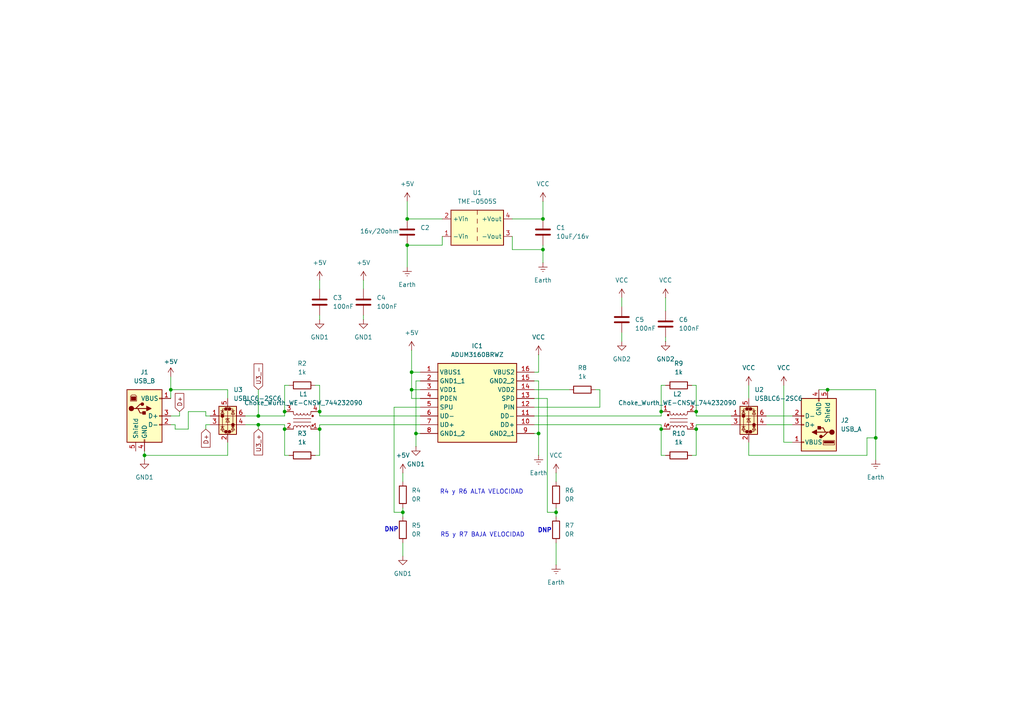
<source format=kicad_sch>
(kicad_sch
	(version 20250114)
	(generator "eeschema")
	(generator_version "9.0")
	(uuid "4a5e5c4d-7ab6-46cc-8814-d959e6e13428")
	(paper "A4")
	(lib_symbols
		(symbol "Connector:USB_A"
			(pin_names
				(offset 1.016)
			)
			(exclude_from_sim no)
			(in_bom yes)
			(on_board yes)
			(property "Reference" "J"
				(at -5.08 11.43 0)
				(effects
					(font
						(size 1.27 1.27)
					)
					(justify left)
				)
			)
			(property "Value" "USB_A"
				(at -5.08 8.89 0)
				(effects
					(font
						(size 1.27 1.27)
					)
					(justify left)
				)
			)
			(property "Footprint" ""
				(at 3.81 -1.27 0)
				(effects
					(font
						(size 1.27 1.27)
					)
					(hide yes)
				)
			)
			(property "Datasheet" "~"
				(at 3.81 -1.27 0)
				(effects
					(font
						(size 1.27 1.27)
					)
					(hide yes)
				)
			)
			(property "Description" "USB Type A connector"
				(at 0 0 0)
				(effects
					(font
						(size 1.27 1.27)
					)
					(hide yes)
				)
			)
			(property "ki_keywords" "connector USB"
				(at 0 0 0)
				(effects
					(font
						(size 1.27 1.27)
					)
					(hide yes)
				)
			)
			(property "ki_fp_filters" "USB*"
				(at 0 0 0)
				(effects
					(font
						(size 1.27 1.27)
					)
					(hide yes)
				)
			)
			(symbol "USB_A_0_1"
				(rectangle
					(start -5.08 -7.62)
					(end 5.08 7.62)
					(stroke
						(width 0.254)
						(type default)
					)
					(fill
						(type background)
					)
				)
				(circle
					(center -3.81 2.159)
					(radius 0.635)
					(stroke
						(width 0.254)
						(type default)
					)
					(fill
						(type outline)
					)
				)
				(polyline
					(pts
						(xy -3.175 2.159) (xy -2.54 2.159) (xy -1.27 3.429) (xy -0.635 3.429)
					)
					(stroke
						(width 0.254)
						(type default)
					)
					(fill
						(type none)
					)
				)
				(polyline
					(pts
						(xy -2.54 2.159) (xy -1.905 2.159) (xy -1.27 0.889) (xy 0 0.889)
					)
					(stroke
						(width 0.254)
						(type default)
					)
					(fill
						(type none)
					)
				)
				(rectangle
					(start -1.524 4.826)
					(end -4.318 5.334)
					(stroke
						(width 0)
						(type default)
					)
					(fill
						(type outline)
					)
				)
				(rectangle
					(start -1.27 4.572)
					(end -4.572 5.842)
					(stroke
						(width 0)
						(type default)
					)
					(fill
						(type none)
					)
				)
				(circle
					(center -0.635 3.429)
					(radius 0.381)
					(stroke
						(width 0.254)
						(type default)
					)
					(fill
						(type outline)
					)
				)
				(rectangle
					(start -0.127 -7.62)
					(end 0.127 -6.858)
					(stroke
						(width 0)
						(type default)
					)
					(fill
						(type none)
					)
				)
				(rectangle
					(start 0.254 1.27)
					(end -0.508 0.508)
					(stroke
						(width 0.254)
						(type default)
					)
					(fill
						(type outline)
					)
				)
				(polyline
					(pts
						(xy 0.635 2.794) (xy 0.635 1.524) (xy 1.905 2.159) (xy 0.635 2.794)
					)
					(stroke
						(width 0.254)
						(type default)
					)
					(fill
						(type outline)
					)
				)
				(rectangle
					(start 5.08 4.953)
					(end 4.318 5.207)
					(stroke
						(width 0)
						(type default)
					)
					(fill
						(type none)
					)
				)
				(rectangle
					(start 5.08 -0.127)
					(end 4.318 0.127)
					(stroke
						(width 0)
						(type default)
					)
					(fill
						(type none)
					)
				)
				(rectangle
					(start 5.08 -2.667)
					(end 4.318 -2.413)
					(stroke
						(width 0)
						(type default)
					)
					(fill
						(type none)
					)
				)
			)
			(symbol "USB_A_1_1"
				(polyline
					(pts
						(xy -1.905 2.159) (xy 0.635 2.159)
					)
					(stroke
						(width 0.254)
						(type default)
					)
					(fill
						(type none)
					)
				)
				(pin passive line
					(at -2.54 -10.16 90)
					(length 2.54)
					(name "Shield"
						(effects
							(font
								(size 1.27 1.27)
							)
						)
					)
					(number "5"
						(effects
							(font
								(size 1.27 1.27)
							)
						)
					)
				)
				(pin power_in line
					(at 0 -10.16 90)
					(length 2.54)
					(name "GND"
						(effects
							(font
								(size 1.27 1.27)
							)
						)
					)
					(number "4"
						(effects
							(font
								(size 1.27 1.27)
							)
						)
					)
				)
				(pin power_in line
					(at 7.62 5.08 180)
					(length 2.54)
					(name "VBUS"
						(effects
							(font
								(size 1.27 1.27)
							)
						)
					)
					(number "1"
						(effects
							(font
								(size 1.27 1.27)
							)
						)
					)
				)
				(pin bidirectional line
					(at 7.62 0 180)
					(length 2.54)
					(name "D+"
						(effects
							(font
								(size 1.27 1.27)
							)
						)
					)
					(number "3"
						(effects
							(font
								(size 1.27 1.27)
							)
						)
					)
				)
				(pin bidirectional line
					(at 7.62 -2.54 180)
					(length 2.54)
					(name "D-"
						(effects
							(font
								(size 1.27 1.27)
							)
						)
					)
					(number "2"
						(effects
							(font
								(size 1.27 1.27)
							)
						)
					)
				)
			)
			(embedded_fonts no)
		)
		(symbol "Connector:USB_B"
			(pin_names
				(offset 1.016)
			)
			(exclude_from_sim no)
			(in_bom yes)
			(on_board yes)
			(property "Reference" "J"
				(at -5.08 11.43 0)
				(effects
					(font
						(size 1.27 1.27)
					)
					(justify left)
				)
			)
			(property "Value" "USB_B"
				(at -5.08 8.89 0)
				(effects
					(font
						(size 1.27 1.27)
					)
					(justify left)
				)
			)
			(property "Footprint" ""
				(at 3.81 -1.27 0)
				(effects
					(font
						(size 1.27 1.27)
					)
					(hide yes)
				)
			)
			(property "Datasheet" "~"
				(at 3.81 -1.27 0)
				(effects
					(font
						(size 1.27 1.27)
					)
					(hide yes)
				)
			)
			(property "Description" "USB Type B connector"
				(at 0 0 0)
				(effects
					(font
						(size 1.27 1.27)
					)
					(hide yes)
				)
			)
			(property "ki_keywords" "connector USB"
				(at 0 0 0)
				(effects
					(font
						(size 1.27 1.27)
					)
					(hide yes)
				)
			)
			(property "ki_fp_filters" "USB*"
				(at 0 0 0)
				(effects
					(font
						(size 1.27 1.27)
					)
					(hide yes)
				)
			)
			(symbol "USB_B_0_1"
				(rectangle
					(start -5.08 -7.62)
					(end 5.08 7.62)
					(stroke
						(width 0.254)
						(type default)
					)
					(fill
						(type background)
					)
				)
				(polyline
					(pts
						(xy -4.064 4.318) (xy -2.286 4.318) (xy -2.286 5.715) (xy -2.667 6.096) (xy -3.683 6.096) (xy -4.064 5.715)
						(xy -4.064 4.318)
					)
					(stroke
						(width 0)
						(type default)
					)
					(fill
						(type none)
					)
				)
				(rectangle
					(start -3.81 5.588)
					(end -2.54 4.572)
					(stroke
						(width 0)
						(type default)
					)
					(fill
						(type outline)
					)
				)
				(circle
					(center -3.81 2.159)
					(radius 0.635)
					(stroke
						(width 0.254)
						(type default)
					)
					(fill
						(type outline)
					)
				)
				(polyline
					(pts
						(xy -3.175 2.159) (xy -2.54 2.159) (xy -1.27 3.429) (xy -0.635 3.429)
					)
					(stroke
						(width 0.254)
						(type default)
					)
					(fill
						(type none)
					)
				)
				(polyline
					(pts
						(xy -2.54 2.159) (xy -1.905 2.159) (xy -1.27 0.889) (xy 0 0.889)
					)
					(stroke
						(width 0.254)
						(type default)
					)
					(fill
						(type none)
					)
				)
				(polyline
					(pts
						(xy -1.905 2.159) (xy 0.635 2.159)
					)
					(stroke
						(width 0.254)
						(type default)
					)
					(fill
						(type none)
					)
				)
				(circle
					(center -0.635 3.429)
					(radius 0.381)
					(stroke
						(width 0.254)
						(type default)
					)
					(fill
						(type outline)
					)
				)
				(rectangle
					(start -0.127 -7.62)
					(end 0.127 -6.858)
					(stroke
						(width 0)
						(type default)
					)
					(fill
						(type none)
					)
				)
				(rectangle
					(start 0.254 1.27)
					(end -0.508 0.508)
					(stroke
						(width 0.254)
						(type default)
					)
					(fill
						(type outline)
					)
				)
				(polyline
					(pts
						(xy 0.635 2.794) (xy 0.635 1.524) (xy 1.905 2.159) (xy 0.635 2.794)
					)
					(stroke
						(width 0.254)
						(type default)
					)
					(fill
						(type outline)
					)
				)
				(rectangle
					(start 5.08 4.953)
					(end 4.318 5.207)
					(stroke
						(width 0)
						(type default)
					)
					(fill
						(type none)
					)
				)
				(rectangle
					(start 5.08 -0.127)
					(end 4.318 0.127)
					(stroke
						(width 0)
						(type default)
					)
					(fill
						(type none)
					)
				)
				(rectangle
					(start 5.08 -2.667)
					(end 4.318 -2.413)
					(stroke
						(width 0)
						(type default)
					)
					(fill
						(type none)
					)
				)
			)
			(symbol "USB_B_1_1"
				(pin passive line
					(at -2.54 -10.16 90)
					(length 2.54)
					(name "Shield"
						(effects
							(font
								(size 1.27 1.27)
							)
						)
					)
					(number "5"
						(effects
							(font
								(size 1.27 1.27)
							)
						)
					)
				)
				(pin power_out line
					(at 0 -10.16 90)
					(length 2.54)
					(name "GND"
						(effects
							(font
								(size 1.27 1.27)
							)
						)
					)
					(number "4"
						(effects
							(font
								(size 1.27 1.27)
							)
						)
					)
				)
				(pin power_out line
					(at 7.62 5.08 180)
					(length 2.54)
					(name "VBUS"
						(effects
							(font
								(size 1.27 1.27)
							)
						)
					)
					(number "1"
						(effects
							(font
								(size 1.27 1.27)
							)
						)
					)
				)
				(pin bidirectional line
					(at 7.62 0 180)
					(length 2.54)
					(name "D+"
						(effects
							(font
								(size 1.27 1.27)
							)
						)
					)
					(number "3"
						(effects
							(font
								(size 1.27 1.27)
							)
						)
					)
				)
				(pin bidirectional line
					(at 7.62 -2.54 180)
					(length 2.54)
					(name "D-"
						(effects
							(font
								(size 1.27 1.27)
							)
						)
					)
					(number "2"
						(effects
							(font
								(size 1.27 1.27)
							)
						)
					)
				)
			)
			(embedded_fonts no)
		)
		(symbol "Converter_DCDC:TME-0505S"
			(exclude_from_sim no)
			(in_bom yes)
			(on_board yes)
			(property "Reference" "U"
				(at -6.35 6.35 0)
				(effects
					(font
						(size 1.27 1.27)
					)
				)
			)
			(property "Value" "TME-0505S"
				(at 2.54 6.35 0)
				(effects
					(font
						(size 1.27 1.27)
					)
				)
			)
			(property "Footprint" "Converter_DCDC:Converter_DCDC_TRACO_TME_03xxS_05xxS_12xxS_Single_THT"
				(at 0 -8.89 0)
				(effects
					(font
						(size 1.27 1.27)
					)
					(hide yes)
				)
			)
			(property "Datasheet" "https://www.tracopower.com/products/tme.pdf"
				(at 0 -6.35 0)
				(effects
					(font
						(size 1.27 1.27)
					)
					(hide yes)
				)
			)
			(property "Description" "1W DC/DC converter unregulated, 4.5-5.5V input, 5V output voltage, 200mA output, 1kVDC isolation, SIP-4"
				(at 0 0 0)
				(effects
					(font
						(size 1.27 1.27)
					)
					(hide yes)
				)
			)
			(property "ki_keywords" "Traco isolated isolation dc-dc converter not-regulated non-regulated single 1W"
				(at 0 0 0)
				(effects
					(font
						(size 1.27 1.27)
					)
					(hide yes)
				)
			)
			(property "ki_fp_filters" "Converter*DCDC*TRACO*TME*03xxS*05xxS*12xxS*Single*"
				(at 0 0 0)
				(effects
					(font
						(size 1.27 1.27)
					)
					(hide yes)
				)
			)
			(symbol "TME-0505S_0_0"
				(pin power_in line
					(at -10.16 2.54 0)
					(length 2.54)
					(name "+Vin"
						(effects
							(font
								(size 1.27 1.27)
							)
						)
					)
					(number "2"
						(effects
							(font
								(size 1.27 1.27)
							)
						)
					)
				)
				(pin power_in line
					(at -10.16 -2.54 0)
					(length 2.54)
					(name "-Vin"
						(effects
							(font
								(size 1.27 1.27)
							)
						)
					)
					(number "1"
						(effects
							(font
								(size 1.27 1.27)
							)
						)
					)
				)
				(pin power_out line
					(at 10.16 2.54 180)
					(length 2.54)
					(name "+Vout"
						(effects
							(font
								(size 1.27 1.27)
							)
						)
					)
					(number "4"
						(effects
							(font
								(size 1.27 1.27)
							)
						)
					)
				)
				(pin power_out line
					(at 10.16 -2.54 180)
					(length 2.54)
					(name "-Vout"
						(effects
							(font
								(size 1.27 1.27)
							)
						)
					)
					(number "3"
						(effects
							(font
								(size 1.27 1.27)
							)
						)
					)
				)
			)
			(symbol "TME-0505S_0_1"
				(rectangle
					(start -7.62 5.08)
					(end 7.62 -5.08)
					(stroke
						(width 0.254)
						(type default)
					)
					(fill
						(type background)
					)
				)
				(polyline
					(pts
						(xy 0 5.08) (xy 0 3.81)
					)
					(stroke
						(width 0)
						(type default)
					)
					(fill
						(type none)
					)
				)
				(polyline
					(pts
						(xy 0 2.54) (xy 0 1.27)
					)
					(stroke
						(width 0)
						(type default)
					)
					(fill
						(type none)
					)
				)
				(polyline
					(pts
						(xy 0 0) (xy 0 -1.27)
					)
					(stroke
						(width 0)
						(type default)
					)
					(fill
						(type none)
					)
				)
				(polyline
					(pts
						(xy 0 -2.54) (xy 0 -3.81)
					)
					(stroke
						(width 0)
						(type default)
					)
					(fill
						(type none)
					)
				)
			)
			(embedded_fonts no)
		)
		(symbol "Device:C"
			(pin_numbers
				(hide yes)
			)
			(pin_names
				(offset 0.254)
			)
			(exclude_from_sim no)
			(in_bom yes)
			(on_board yes)
			(property "Reference" "C"
				(at 0.635 2.54 0)
				(effects
					(font
						(size 1.27 1.27)
					)
					(justify left)
				)
			)
			(property "Value" "C"
				(at 0.635 -2.54 0)
				(effects
					(font
						(size 1.27 1.27)
					)
					(justify left)
				)
			)
			(property "Footprint" ""
				(at 0.9652 -3.81 0)
				(effects
					(font
						(size 1.27 1.27)
					)
					(hide yes)
				)
			)
			(property "Datasheet" "~"
				(at 0 0 0)
				(effects
					(font
						(size 1.27 1.27)
					)
					(hide yes)
				)
			)
			(property "Description" "Unpolarized capacitor"
				(at 0 0 0)
				(effects
					(font
						(size 1.27 1.27)
					)
					(hide yes)
				)
			)
			(property "ki_keywords" "cap capacitor"
				(at 0 0 0)
				(effects
					(font
						(size 1.27 1.27)
					)
					(hide yes)
				)
			)
			(property "ki_fp_filters" "C_*"
				(at 0 0 0)
				(effects
					(font
						(size 1.27 1.27)
					)
					(hide yes)
				)
			)
			(symbol "C_0_1"
				(polyline
					(pts
						(xy -2.032 0.762) (xy 2.032 0.762)
					)
					(stroke
						(width 0.508)
						(type default)
					)
					(fill
						(type none)
					)
				)
				(polyline
					(pts
						(xy -2.032 -0.762) (xy 2.032 -0.762)
					)
					(stroke
						(width 0.508)
						(type default)
					)
					(fill
						(type none)
					)
				)
			)
			(symbol "C_1_1"
				(pin passive line
					(at 0 3.81 270)
					(length 2.794)
					(name "~"
						(effects
							(font
								(size 1.27 1.27)
							)
						)
					)
					(number "1"
						(effects
							(font
								(size 1.27 1.27)
							)
						)
					)
				)
				(pin passive line
					(at 0 -3.81 90)
					(length 2.794)
					(name "~"
						(effects
							(font
								(size 1.27 1.27)
							)
						)
					)
					(number "2"
						(effects
							(font
								(size 1.27 1.27)
							)
						)
					)
				)
			)
			(embedded_fonts no)
		)
		(symbol "Device:R"
			(pin_numbers
				(hide yes)
			)
			(pin_names
				(offset 0)
			)
			(exclude_from_sim no)
			(in_bom yes)
			(on_board yes)
			(property "Reference" "R"
				(at 2.032 0 90)
				(effects
					(font
						(size 1.27 1.27)
					)
				)
			)
			(property "Value" "R"
				(at 0 0 90)
				(effects
					(font
						(size 1.27 1.27)
					)
				)
			)
			(property "Footprint" ""
				(at -1.778 0 90)
				(effects
					(font
						(size 1.27 1.27)
					)
					(hide yes)
				)
			)
			(property "Datasheet" "~"
				(at 0 0 0)
				(effects
					(font
						(size 1.27 1.27)
					)
					(hide yes)
				)
			)
			(property "Description" "Resistor"
				(at 0 0 0)
				(effects
					(font
						(size 1.27 1.27)
					)
					(hide yes)
				)
			)
			(property "ki_keywords" "R res resistor"
				(at 0 0 0)
				(effects
					(font
						(size 1.27 1.27)
					)
					(hide yes)
				)
			)
			(property "ki_fp_filters" "R_*"
				(at 0 0 0)
				(effects
					(font
						(size 1.27 1.27)
					)
					(hide yes)
				)
			)
			(symbol "R_0_1"
				(rectangle
					(start -1.016 -2.54)
					(end 1.016 2.54)
					(stroke
						(width 0.254)
						(type default)
					)
					(fill
						(type none)
					)
				)
			)
			(symbol "R_1_1"
				(pin passive line
					(at 0 3.81 270)
					(length 1.27)
					(name "~"
						(effects
							(font
								(size 1.27 1.27)
							)
						)
					)
					(number "1"
						(effects
							(font
								(size 1.27 1.27)
							)
						)
					)
				)
				(pin passive line
					(at 0 -3.81 90)
					(length 1.27)
					(name "~"
						(effects
							(font
								(size 1.27 1.27)
							)
						)
					)
					(number "2"
						(effects
							(font
								(size 1.27 1.27)
							)
						)
					)
				)
			)
			(embedded_fonts no)
		)
		(symbol "Filter:Choke_Wurth_WE-CNSW_744232090"
			(exclude_from_sim no)
			(in_bom yes)
			(on_board yes)
			(property "Reference" "L"
				(at 0 5.08 0)
				(effects
					(font
						(size 1.27 1.27)
					)
				)
			)
			(property "Value" "Choke_Wurth_WE-CNSW_744232090"
				(at 0 -5.08 0)
				(effects
					(font
						(size 1.27 1.27)
					)
				)
			)
			(property "Footprint" "Inductor_SMD:L_CommonMode_Wurth_WE-CNSW-1206"
				(at 0 -10.16 0)
				(effects
					(font
						(size 1.27 1.27)
					)
					(hide yes)
				)
			)
			(property "Datasheet" "https://www.we-online.com/components/products/datasheet/744232090.pdf"
				(at 0 -7.62 0)
				(effects
					(font
						(size 1.27 1.27)
					)
					(hide yes)
				)
			)
			(property "Description" "Common mode choke, 370 mA, 125VDC, USB2.0, 111 nH"
				(at 0 0 0)
				(effects
					(font
						(size 1.27 1.27)
					)
					(hide yes)
				)
			)
			(property "ki_keywords" "common mode choke emi usb"
				(at 0 0 0)
				(effects
					(font
						(size 1.27 1.27)
					)
					(hide yes)
				)
			)
			(property "ki_fp_filters" "L*CommonMode*Wurth*WE*CNSW*1206*"
				(at 0 0 0)
				(effects
					(font
						(size 1.27 1.27)
					)
					(hide yes)
				)
			)
			(symbol "Choke_Wurth_WE-CNSW_744232090_1_1"
				(circle
					(center -3.048 1.524)
					(radius 0.254)
					(stroke
						(width 0)
						(type default)
					)
					(fill
						(type outline)
					)
				)
				(circle
					(center -3.048 -1.27)
					(radius 0.254)
					(stroke
						(width 0)
						(type default)
					)
					(fill
						(type outline)
					)
				)
				(polyline
					(pts
						(xy -2.54 2.032) (xy -2.54 2.54)
					)
					(stroke
						(width 0)
						(type default)
					)
					(fill
						(type none)
					)
				)
				(polyline
					(pts
						(xy -2.54 0.508) (xy 2.54 0.508)
					)
					(stroke
						(width 0)
						(type default)
					)
					(fill
						(type none)
					)
				)
				(polyline
					(pts
						(xy -2.54 -2.032) (xy -2.54 -2.54)
					)
					(stroke
						(width 0)
						(type default)
					)
					(fill
						(type none)
					)
				)
				(arc
					(start -1.524 2.032)
					(mid -2.032 1.5262)
					(end -2.54 2.032)
					(stroke
						(width 0)
						(type default)
					)
					(fill
						(type none)
					)
				)
				(arc
					(start -2.54 -2.032)
					(mid -2.032 -1.5262)
					(end -1.524 -2.032)
					(stroke
						(width 0)
						(type default)
					)
					(fill
						(type none)
					)
				)
				(arc
					(start -0.508 2.032)
					(mid -1.016 1.5262)
					(end -1.524 2.032)
					(stroke
						(width 0)
						(type default)
					)
					(fill
						(type none)
					)
				)
				(arc
					(start -1.524 -2.032)
					(mid -1.016 -1.5262)
					(end -0.508 -2.032)
					(stroke
						(width 0)
						(type default)
					)
					(fill
						(type none)
					)
				)
				(arc
					(start 0.508 2.032)
					(mid 0 1.5262)
					(end -0.508 2.032)
					(stroke
						(width 0)
						(type default)
					)
					(fill
						(type none)
					)
				)
				(arc
					(start -0.508 -2.032)
					(mid 0 -1.5262)
					(end 0.508 -2.032)
					(stroke
						(width 0)
						(type default)
					)
					(fill
						(type none)
					)
				)
				(arc
					(start 1.524 2.032)
					(mid 1.016 1.5262)
					(end 0.508 2.032)
					(stroke
						(width 0)
						(type default)
					)
					(fill
						(type none)
					)
				)
				(arc
					(start 0.508 -2.032)
					(mid 1.016 -1.5262)
					(end 1.524 -2.032)
					(stroke
						(width 0)
						(type default)
					)
					(fill
						(type none)
					)
				)
				(arc
					(start 2.54 2.032)
					(mid 2.032 1.5262)
					(end 1.524 2.032)
					(stroke
						(width 0)
						(type default)
					)
					(fill
						(type none)
					)
				)
				(arc
					(start 1.524 -2.032)
					(mid 2.032 -1.5262)
					(end 2.54 -2.032)
					(stroke
						(width 0)
						(type default)
					)
					(fill
						(type none)
					)
				)
				(polyline
					(pts
						(xy 2.54 2.54) (xy 2.54 2.032)
					)
					(stroke
						(width 0)
						(type default)
					)
					(fill
						(type none)
					)
				)
				(polyline
					(pts
						(xy 2.54 -0.508) (xy -2.54 -0.508)
					)
					(stroke
						(width 0)
						(type default)
					)
					(fill
						(type none)
					)
				)
				(polyline
					(pts
						(xy 2.54 -2.032) (xy 2.54 -2.54)
					)
					(stroke
						(width 0)
						(type default)
					)
					(fill
						(type none)
					)
				)
				(pin passive line
					(at -5.08 2.54 0)
					(length 2.54)
					(name ""
						(effects
							(font
								(size 1.27 1.27)
							)
						)
					)
					(number "1"
						(effects
							(font
								(size 1.27 1.27)
							)
						)
					)
				)
				(pin passive line
					(at -5.08 -2.54 0)
					(length 2.54)
					(name ""
						(effects
							(font
								(size 1.27 1.27)
							)
						)
					)
					(number "4"
						(effects
							(font
								(size 1.27 1.27)
							)
						)
					)
				)
				(pin passive line
					(at 5.08 2.54 180)
					(length 2.54)
					(name ""
						(effects
							(font
								(size 1.27 1.27)
							)
						)
					)
					(number "2"
						(effects
							(font
								(size 1.27 1.27)
							)
						)
					)
				)
				(pin passive line
					(at 5.08 -2.54 180)
					(length 2.54)
					(name ""
						(effects
							(font
								(size 1.27 1.27)
							)
						)
					)
					(number "3"
						(effects
							(font
								(size 1.27 1.27)
							)
						)
					)
				)
			)
			(embedded_fonts no)
		)
		(symbol "Power_Protection:USBLC6-2SC6"
			(pin_names
				(hide yes)
			)
			(exclude_from_sim no)
			(in_bom yes)
			(on_board yes)
			(property "Reference" "U"
				(at 0.635 5.715 0)
				(effects
					(font
						(size 1.27 1.27)
					)
					(justify left)
				)
			)
			(property "Value" "USBLC6-2SC6"
				(at 0.635 3.81 0)
				(effects
					(font
						(size 1.27 1.27)
					)
					(justify left)
				)
			)
			(property "Footprint" "Package_TO_SOT_SMD:SOT-23-6"
				(at 1.27 -6.35 0)
				(effects
					(font
						(size 1.27 1.27)
						(italic yes)
					)
					(justify left)
					(hide yes)
				)
			)
			(property "Datasheet" "https://www.st.com/resource/en/datasheet/usblc6-2.pdf"
				(at 1.27 -8.255 0)
				(effects
					(font
						(size 1.27 1.27)
					)
					(justify left)
					(hide yes)
				)
			)
			(property "Description" "Very low capacitance ESD protection diode, 2 data-line, SOT-23-6"
				(at 0 0 0)
				(effects
					(font
						(size 1.27 1.27)
					)
					(hide yes)
				)
			)
			(property "ki_keywords" "usb ethernet video"
				(at 0 0 0)
				(effects
					(font
						(size 1.27 1.27)
					)
					(hide yes)
				)
			)
			(property "ki_fp_filters" "SOT?23*"
				(at 0 0 0)
				(effects
					(font
						(size 1.27 1.27)
					)
					(hide yes)
				)
			)
			(symbol "USBLC6-2SC6_0_0"
				(circle
					(center -1.524 0)
					(radius 0.0001)
					(stroke
						(width 0.508)
						(type default)
					)
					(fill
						(type none)
					)
				)
				(circle
					(center -0.508 2.032)
					(radius 0.0001)
					(stroke
						(width 0.508)
						(type default)
					)
					(fill
						(type none)
					)
				)
				(circle
					(center -0.508 -4.572)
					(radius 0.0001)
					(stroke
						(width 0.508)
						(type default)
					)
					(fill
						(type none)
					)
				)
				(circle
					(center 0.508 2.032)
					(radius 0.0001)
					(stroke
						(width 0.508)
						(type default)
					)
					(fill
						(type none)
					)
				)
				(circle
					(center 0.508 -4.572)
					(radius 0.0001)
					(stroke
						(width 0.508)
						(type default)
					)
					(fill
						(type none)
					)
				)
				(circle
					(center 1.524 -2.54)
					(radius 0.0001)
					(stroke
						(width 0.508)
						(type default)
					)
					(fill
						(type none)
					)
				)
			)
			(symbol "USBLC6-2SC6_0_1"
				(polyline
					(pts
						(xy -2.54 0) (xy 2.54 0)
					)
					(stroke
						(width 0)
						(type default)
					)
					(fill
						(type none)
					)
				)
				(polyline
					(pts
						(xy -2.54 -2.54) (xy 2.54 -2.54)
					)
					(stroke
						(width 0)
						(type default)
					)
					(fill
						(type none)
					)
				)
				(polyline
					(pts
						(xy -2.032 0.508) (xy -1.016 0.508) (xy -1.524 1.524) (xy -2.032 0.508)
					)
					(stroke
						(width 0)
						(type default)
					)
					(fill
						(type none)
					)
				)
				(polyline
					(pts
						(xy -2.032 -3.048) (xy -1.016 -3.048)
					)
					(stroke
						(width 0)
						(type default)
					)
					(fill
						(type none)
					)
				)
				(polyline
					(pts
						(xy -1.016 1.524) (xy -2.032 1.524)
					)
					(stroke
						(width 0)
						(type default)
					)
					(fill
						(type none)
					)
				)
				(polyline
					(pts
						(xy -1.016 -4.064) (xy -2.032 -4.064) (xy -1.524 -3.048) (xy -1.016 -4.064)
					)
					(stroke
						(width 0)
						(type default)
					)
					(fill
						(type none)
					)
				)
				(polyline
					(pts
						(xy -0.508 -1.143) (xy -0.508 -0.762) (xy 0.508 -0.762)
					)
					(stroke
						(width 0)
						(type default)
					)
					(fill
						(type none)
					)
				)
				(polyline
					(pts
						(xy 0 2.54) (xy -0.508 2.032) (xy 0.508 2.032) (xy 0 1.524) (xy 0 -4.064) (xy -0.508 -4.572) (xy 0.508 -4.572)
						(xy 0 -5.08)
					)
					(stroke
						(width 0)
						(type default)
					)
					(fill
						(type none)
					)
				)
				(polyline
					(pts
						(xy 0.508 -1.778) (xy -0.508 -1.778) (xy 0 -0.762) (xy 0.508 -1.778)
					)
					(stroke
						(width 0)
						(type default)
					)
					(fill
						(type none)
					)
				)
				(polyline
					(pts
						(xy 1.016 1.524) (xy 2.032 1.524)
					)
					(stroke
						(width 0)
						(type default)
					)
					(fill
						(type none)
					)
				)
				(polyline
					(pts
						(xy 1.016 -3.048) (xy 2.032 -3.048)
					)
					(stroke
						(width 0)
						(type default)
					)
					(fill
						(type none)
					)
				)
				(polyline
					(pts
						(xy 2.032 0.508) (xy 1.016 0.508) (xy 1.524 1.524) (xy 2.032 0.508)
					)
					(stroke
						(width 0)
						(type default)
					)
					(fill
						(type none)
					)
				)
				(polyline
					(pts
						(xy 2.032 -4.064) (xy 1.016 -4.064) (xy 1.524 -3.048) (xy 2.032 -4.064)
					)
					(stroke
						(width 0)
						(type default)
					)
					(fill
						(type none)
					)
				)
			)
			(symbol "USBLC6-2SC6_1_1"
				(rectangle
					(start -2.54 2.794)
					(end 2.54 -5.334)
					(stroke
						(width 0.254)
						(type default)
					)
					(fill
						(type background)
					)
				)
				(polyline
					(pts
						(xy -0.508 2.032) (xy -1.524 2.032) (xy -1.524 -4.572) (xy -0.508 -4.572)
					)
					(stroke
						(width 0)
						(type default)
					)
					(fill
						(type none)
					)
				)
				(polyline
					(pts
						(xy 0.508 -4.572) (xy 1.524 -4.572) (xy 1.524 2.032) (xy 0.508 2.032)
					)
					(stroke
						(width 0)
						(type default)
					)
					(fill
						(type none)
					)
				)
				(pin passive line
					(at -5.08 0 0)
					(length 2.54)
					(name "I/O1"
						(effects
							(font
								(size 1.27 1.27)
							)
						)
					)
					(number "1"
						(effects
							(font
								(size 1.27 1.27)
							)
						)
					)
				)
				(pin passive line
					(at -5.08 -2.54 0)
					(length 2.54)
					(name "I/O2"
						(effects
							(font
								(size 1.27 1.27)
							)
						)
					)
					(number "3"
						(effects
							(font
								(size 1.27 1.27)
							)
						)
					)
				)
				(pin passive line
					(at 0 5.08 270)
					(length 2.54)
					(name "VBUS"
						(effects
							(font
								(size 1.27 1.27)
							)
						)
					)
					(number "5"
						(effects
							(font
								(size 1.27 1.27)
							)
						)
					)
				)
				(pin passive line
					(at 0 -7.62 90)
					(length 2.54)
					(name "GND"
						(effects
							(font
								(size 1.27 1.27)
							)
						)
					)
					(number "2"
						(effects
							(font
								(size 1.27 1.27)
							)
						)
					)
				)
				(pin passive line
					(at 5.08 0 180)
					(length 2.54)
					(name "I/O1"
						(effects
							(font
								(size 1.27 1.27)
							)
						)
					)
					(number "6"
						(effects
							(font
								(size 1.27 1.27)
							)
						)
					)
				)
				(pin passive line
					(at 5.08 -2.54 180)
					(length 2.54)
					(name "I/O2"
						(effects
							(font
								(size 1.27 1.27)
							)
						)
					)
					(number "4"
						(effects
							(font
								(size 1.27 1.27)
							)
						)
					)
				)
			)
			(embedded_fonts no)
		)
		(symbol "SamacSys_Parts:ADUM3160BRWZ"
			(exclude_from_sim no)
			(in_bom yes)
			(on_board yes)
			(property "Reference" "IC"
				(at 29.21 7.62 0)
				(effects
					(font
						(size 1.27 1.27)
					)
					(justify left top)
				)
			)
			(property "Value" "ADUM3160BRWZ"
				(at 29.21 5.08 0)
				(effects
					(font
						(size 1.27 1.27)
					)
					(justify left top)
				)
			)
			(property "Footprint" "SOIC127P1032X265-16N"
				(at 29.21 -94.92 0)
				(effects
					(font
						(size 1.27 1.27)
					)
					(justify left top)
					(hide yes)
				)
			)
			(property "Datasheet" "http://www.analog.com/media/en/technical-documentation/data-sheets/ADuM3160.pdf"
				(at 29.21 -194.92 0)
				(effects
					(font
						(size 1.27 1.27)
					)
					(justify left top)
					(hide yes)
				)
			)
			(property "Description" "Analog Devices ADUM3160BRWZ PCB SMT Digital Isolator, 2500 V, 16-Pin SO16"
				(at 0 0 0)
				(effects
					(font
						(size 1.27 1.27)
					)
					(hide yes)
				)
			)
			(property "Height" "2.65"
				(at 29.21 -394.92 0)
				(effects
					(font
						(size 1.27 1.27)
					)
					(justify left top)
					(hide yes)
				)
			)
			(property "Manufacturer_Name" "Analog Devices"
				(at 29.21 -494.92 0)
				(effects
					(font
						(size 1.27 1.27)
					)
					(justify left top)
					(hide yes)
				)
			)
			(property "Manufacturer_Part_Number" "ADUM3160BRWZ"
				(at 29.21 -594.92 0)
				(effects
					(font
						(size 1.27 1.27)
					)
					(justify left top)
					(hide yes)
				)
			)
			(property "Mouser Part Number" "584-ADUM3160BRWZ"
				(at 29.21 -694.92 0)
				(effects
					(font
						(size 1.27 1.27)
					)
					(justify left top)
					(hide yes)
				)
			)
			(property "Mouser Price/Stock" "https://www.mouser.co.uk/ProductDetail/Analog-Devices/ADUM3160BRWZ?qs=WIvQP4zGanjmPiCfFUKkZQ%3D%3D"
				(at 29.21 -794.92 0)
				(effects
					(font
						(size 1.27 1.27)
					)
					(justify left top)
					(hide yes)
				)
			)
			(property "Arrow Part Number" "ADUM3160BRWZ"
				(at 29.21 -894.92 0)
				(effects
					(font
						(size 1.27 1.27)
					)
					(justify left top)
					(hide yes)
				)
			)
			(property "Arrow Price/Stock" "https://www.arrow.com/en/products/adum3160brwz/analog-devices?utm_currency=USD&region=nac"
				(at 29.21 -994.92 0)
				(effects
					(font
						(size 1.27 1.27)
					)
					(justify left top)
					(hide yes)
				)
			)
			(symbol "ADUM3160BRWZ_1_1"
				(rectangle
					(start 5.08 2.54)
					(end 27.94 -20.32)
					(stroke
						(width 0.254)
						(type default)
					)
					(fill
						(type background)
					)
				)
				(pin passive line
					(at 0 0 0)
					(length 5.08)
					(name "VBUS1"
						(effects
							(font
								(size 1.27 1.27)
							)
						)
					)
					(number "1"
						(effects
							(font
								(size 1.27 1.27)
							)
						)
					)
				)
				(pin passive line
					(at 0 -2.54 0)
					(length 5.08)
					(name "GND1_1"
						(effects
							(font
								(size 1.27 1.27)
							)
						)
					)
					(number "2"
						(effects
							(font
								(size 1.27 1.27)
							)
						)
					)
				)
				(pin passive line
					(at 0 -5.08 0)
					(length 5.08)
					(name "VDD1"
						(effects
							(font
								(size 1.27 1.27)
							)
						)
					)
					(number "3"
						(effects
							(font
								(size 1.27 1.27)
							)
						)
					)
				)
				(pin passive line
					(at 0 -7.62 0)
					(length 5.08)
					(name "PDEN"
						(effects
							(font
								(size 1.27 1.27)
							)
						)
					)
					(number "4"
						(effects
							(font
								(size 1.27 1.27)
							)
						)
					)
				)
				(pin passive line
					(at 0 -10.16 0)
					(length 5.08)
					(name "SPU"
						(effects
							(font
								(size 1.27 1.27)
							)
						)
					)
					(number "5"
						(effects
							(font
								(size 1.27 1.27)
							)
						)
					)
				)
				(pin passive line
					(at 0 -12.7 0)
					(length 5.08)
					(name "UD-"
						(effects
							(font
								(size 1.27 1.27)
							)
						)
					)
					(number "6"
						(effects
							(font
								(size 1.27 1.27)
							)
						)
					)
				)
				(pin passive line
					(at 0 -15.24 0)
					(length 5.08)
					(name "UD+"
						(effects
							(font
								(size 1.27 1.27)
							)
						)
					)
					(number "7"
						(effects
							(font
								(size 1.27 1.27)
							)
						)
					)
				)
				(pin passive line
					(at 0 -17.78 0)
					(length 5.08)
					(name "GND1_2"
						(effects
							(font
								(size 1.27 1.27)
							)
						)
					)
					(number "8"
						(effects
							(font
								(size 1.27 1.27)
							)
						)
					)
				)
				(pin passive line
					(at 33.02 0 180)
					(length 5.08)
					(name "VBUS2"
						(effects
							(font
								(size 1.27 1.27)
							)
						)
					)
					(number "16"
						(effects
							(font
								(size 1.27 1.27)
							)
						)
					)
				)
				(pin passive line
					(at 33.02 -2.54 180)
					(length 5.08)
					(name "GND2_2"
						(effects
							(font
								(size 1.27 1.27)
							)
						)
					)
					(number "15"
						(effects
							(font
								(size 1.27 1.27)
							)
						)
					)
				)
				(pin passive line
					(at 33.02 -5.08 180)
					(length 5.08)
					(name "VDD2"
						(effects
							(font
								(size 1.27 1.27)
							)
						)
					)
					(number "14"
						(effects
							(font
								(size 1.27 1.27)
							)
						)
					)
				)
				(pin passive line
					(at 33.02 -7.62 180)
					(length 5.08)
					(name "SPD"
						(effects
							(font
								(size 1.27 1.27)
							)
						)
					)
					(number "13"
						(effects
							(font
								(size 1.27 1.27)
							)
						)
					)
				)
				(pin passive line
					(at 33.02 -10.16 180)
					(length 5.08)
					(name "PIN"
						(effects
							(font
								(size 1.27 1.27)
							)
						)
					)
					(number "12"
						(effects
							(font
								(size 1.27 1.27)
							)
						)
					)
				)
				(pin passive line
					(at 33.02 -12.7 180)
					(length 5.08)
					(name "DD-"
						(effects
							(font
								(size 1.27 1.27)
							)
						)
					)
					(number "11"
						(effects
							(font
								(size 1.27 1.27)
							)
						)
					)
				)
				(pin passive line
					(at 33.02 -15.24 180)
					(length 5.08)
					(name "DD+"
						(effects
							(font
								(size 1.27 1.27)
							)
						)
					)
					(number "10"
						(effects
							(font
								(size 1.27 1.27)
							)
						)
					)
				)
				(pin passive line
					(at 33.02 -17.78 180)
					(length 5.08)
					(name "GND2_1"
						(effects
							(font
								(size 1.27 1.27)
							)
						)
					)
					(number "9"
						(effects
							(font
								(size 1.27 1.27)
							)
						)
					)
				)
			)
			(embedded_fonts no)
		)
		(symbol "power:+5V"
			(power)
			(pin_numbers
				(hide yes)
			)
			(pin_names
				(offset 0)
				(hide yes)
			)
			(exclude_from_sim no)
			(in_bom yes)
			(on_board yes)
			(property "Reference" "#PWR"
				(at 0 -3.81 0)
				(effects
					(font
						(size 1.27 1.27)
					)
					(hide yes)
				)
			)
			(property "Value" "+5V"
				(at 0 3.556 0)
				(effects
					(font
						(size 1.27 1.27)
					)
				)
			)
			(property "Footprint" ""
				(at 0 0 0)
				(effects
					(font
						(size 1.27 1.27)
					)
					(hide yes)
				)
			)
			(property "Datasheet" ""
				(at 0 0 0)
				(effects
					(font
						(size 1.27 1.27)
					)
					(hide yes)
				)
			)
			(property "Description" "Power symbol creates a global label with name \"+5V\""
				(at 0 0 0)
				(effects
					(font
						(size 1.27 1.27)
					)
					(hide yes)
				)
			)
			(property "ki_keywords" "global power"
				(at 0 0 0)
				(effects
					(font
						(size 1.27 1.27)
					)
					(hide yes)
				)
			)
			(symbol "+5V_0_1"
				(polyline
					(pts
						(xy -0.762 1.27) (xy 0 2.54)
					)
					(stroke
						(width 0)
						(type default)
					)
					(fill
						(type none)
					)
				)
				(polyline
					(pts
						(xy 0 2.54) (xy 0.762 1.27)
					)
					(stroke
						(width 0)
						(type default)
					)
					(fill
						(type none)
					)
				)
				(polyline
					(pts
						(xy 0 0) (xy 0 2.54)
					)
					(stroke
						(width 0)
						(type default)
					)
					(fill
						(type none)
					)
				)
			)
			(symbol "+5V_1_1"
				(pin power_in line
					(at 0 0 90)
					(length 0)
					(name "~"
						(effects
							(font
								(size 1.27 1.27)
							)
						)
					)
					(number "1"
						(effects
							(font
								(size 1.27 1.27)
							)
						)
					)
				)
			)
			(embedded_fonts no)
		)
		(symbol "power:Earth"
			(power)
			(pin_numbers
				(hide yes)
			)
			(pin_names
				(offset 0)
				(hide yes)
			)
			(exclude_from_sim no)
			(in_bom yes)
			(on_board yes)
			(property "Reference" "#PWR"
				(at 0 -6.35 0)
				(effects
					(font
						(size 1.27 1.27)
					)
					(hide yes)
				)
			)
			(property "Value" "Earth"
				(at 0 -3.81 0)
				(effects
					(font
						(size 1.27 1.27)
					)
				)
			)
			(property "Footprint" ""
				(at 0 0 0)
				(effects
					(font
						(size 1.27 1.27)
					)
					(hide yes)
				)
			)
			(property "Datasheet" "~"
				(at 0 0 0)
				(effects
					(font
						(size 1.27 1.27)
					)
					(hide yes)
				)
			)
			(property "Description" "Power symbol creates a global label with name \"Earth\""
				(at 0 0 0)
				(effects
					(font
						(size 1.27 1.27)
					)
					(hide yes)
				)
			)
			(property "ki_keywords" "global ground gnd"
				(at 0 0 0)
				(effects
					(font
						(size 1.27 1.27)
					)
					(hide yes)
				)
			)
			(symbol "Earth_0_1"
				(polyline
					(pts
						(xy -0.635 -1.905) (xy 0.635 -1.905)
					)
					(stroke
						(width 0)
						(type default)
					)
					(fill
						(type none)
					)
				)
				(polyline
					(pts
						(xy -0.127 -2.54) (xy 0.127 -2.54)
					)
					(stroke
						(width 0)
						(type default)
					)
					(fill
						(type none)
					)
				)
				(polyline
					(pts
						(xy 0 -1.27) (xy 0 0)
					)
					(stroke
						(width 0)
						(type default)
					)
					(fill
						(type none)
					)
				)
				(polyline
					(pts
						(xy 1.27 -1.27) (xy -1.27 -1.27)
					)
					(stroke
						(width 0)
						(type default)
					)
					(fill
						(type none)
					)
				)
			)
			(symbol "Earth_1_1"
				(pin power_in line
					(at 0 0 270)
					(length 0)
					(name "~"
						(effects
							(font
								(size 1.27 1.27)
							)
						)
					)
					(number "1"
						(effects
							(font
								(size 1.27 1.27)
							)
						)
					)
				)
			)
			(embedded_fonts no)
		)
		(symbol "power:GND1"
			(power)
			(pin_numbers
				(hide yes)
			)
			(pin_names
				(offset 0)
				(hide yes)
			)
			(exclude_from_sim no)
			(in_bom yes)
			(on_board yes)
			(property "Reference" "#PWR"
				(at 0 -6.35 0)
				(effects
					(font
						(size 1.27 1.27)
					)
					(hide yes)
				)
			)
			(property "Value" "GND1"
				(at 0 -3.81 0)
				(effects
					(font
						(size 1.27 1.27)
					)
				)
			)
			(property "Footprint" ""
				(at 0 0 0)
				(effects
					(font
						(size 1.27 1.27)
					)
					(hide yes)
				)
			)
			(property "Datasheet" ""
				(at 0 0 0)
				(effects
					(font
						(size 1.27 1.27)
					)
					(hide yes)
				)
			)
			(property "Description" "Power symbol creates a global label with name \"GND1\" , ground"
				(at 0 0 0)
				(effects
					(font
						(size 1.27 1.27)
					)
					(hide yes)
				)
			)
			(property "ki_keywords" "global power"
				(at 0 0 0)
				(effects
					(font
						(size 1.27 1.27)
					)
					(hide yes)
				)
			)
			(symbol "GND1_0_1"
				(polyline
					(pts
						(xy 0 0) (xy 0 -1.27) (xy 1.27 -1.27) (xy 0 -2.54) (xy -1.27 -1.27) (xy 0 -1.27)
					)
					(stroke
						(width 0)
						(type default)
					)
					(fill
						(type none)
					)
				)
			)
			(symbol "GND1_1_1"
				(pin power_in line
					(at 0 0 270)
					(length 0)
					(name "~"
						(effects
							(font
								(size 1.27 1.27)
							)
						)
					)
					(number "1"
						(effects
							(font
								(size 1.27 1.27)
							)
						)
					)
				)
			)
			(embedded_fonts no)
		)
		(symbol "power:VDD"
			(power)
			(pin_numbers
				(hide yes)
			)
			(pin_names
				(offset 0)
				(hide yes)
			)
			(exclude_from_sim no)
			(in_bom yes)
			(on_board yes)
			(property "Reference" "#PWR"
				(at 0 -3.81 0)
				(effects
					(font
						(size 1.27 1.27)
					)
					(hide yes)
				)
			)
			(property "Value" "VDD"
				(at 0 3.556 0)
				(effects
					(font
						(size 1.27 1.27)
					)
				)
			)
			(property "Footprint" ""
				(at 0 0 0)
				(effects
					(font
						(size 1.27 1.27)
					)
					(hide yes)
				)
			)
			(property "Datasheet" ""
				(at 0 0 0)
				(effects
					(font
						(size 1.27 1.27)
					)
					(hide yes)
				)
			)
			(property "Description" "Power symbol creates a global label with name \"VDD\""
				(at 0 0 0)
				(effects
					(font
						(size 1.27 1.27)
					)
					(hide yes)
				)
			)
			(property "ki_keywords" "global power"
				(at 0 0 0)
				(effects
					(font
						(size 1.27 1.27)
					)
					(hide yes)
				)
			)
			(symbol "VDD_0_1"
				(polyline
					(pts
						(xy -0.762 1.27) (xy 0 2.54)
					)
					(stroke
						(width 0)
						(type default)
					)
					(fill
						(type none)
					)
				)
				(polyline
					(pts
						(xy 0 2.54) (xy 0.762 1.27)
					)
					(stroke
						(width 0)
						(type default)
					)
					(fill
						(type none)
					)
				)
				(polyline
					(pts
						(xy 0 0) (xy 0 2.54)
					)
					(stroke
						(width 0)
						(type default)
					)
					(fill
						(type none)
					)
				)
			)
			(symbol "VDD_1_1"
				(pin power_in line
					(at 0 0 90)
					(length 0)
					(name "~"
						(effects
							(font
								(size 1.27 1.27)
							)
						)
					)
					(number "1"
						(effects
							(font
								(size 1.27 1.27)
							)
						)
					)
				)
			)
			(embedded_fonts no)
		)
	)
	(text "R4 y R6 ALTA VELOCIDAD\n"
		(exclude_from_sim no)
		(at 139.7 142.748 0)
		(effects
			(font
				(size 1.27 1.27)
			)
		)
		(uuid "3befcc9c-8e08-4bb5-ada5-692f86629989")
	)
	(text "DNP\n"
		(exclude_from_sim no)
		(at 113.538 153.67 0)
		(effects
			(font
				(size 1.27 1.27)
				(thickness 0.254)
				(bold yes)
			)
		)
		(uuid "65e6238f-6b09-4bd8-83d3-0380fd07d014")
	)
	(text "DNP\n"
		(exclude_from_sim no)
		(at 157.988 153.924 0)
		(effects
			(font
				(size 1.27 1.27)
				(thickness 0.254)
				(bold yes)
			)
		)
		(uuid "91872738-1f49-48a7-83ea-0d094d641f3c")
	)
	(text "R5 y R7 BAJA VELOCIDAD\n"
		(exclude_from_sim no)
		(at 139.954 155.194 0)
		(effects
			(font
				(size 1.27 1.27)
			)
		)
		(uuid "e66717ae-457c-4489-9ec4-9fd9f3548ac8")
	)
	(junction
		(at 118.11 63.5)
		(diameter 0)
		(color 0 0 0 0)
		(uuid "027e6774-9c41-4971-8b19-c404186314d9")
	)
	(junction
		(at 116.84 148.59)
		(diameter 0)
		(color 0 0 0 0)
		(uuid "03d72055-dc61-4a11-9e55-8cc63c445e26")
	)
	(junction
		(at 240.03 113.03)
		(diameter 0)
		(color 0 0 0 0)
		(uuid "284cc8dd-c8f6-4ae3-a39a-b7e78db81cea")
	)
	(junction
		(at 201.93 124.46)
		(diameter 0)
		(color 0 0 0 0)
		(uuid "31f19863-4d6c-4fcf-ae1d-7685b6e7d785")
	)
	(junction
		(at 92.71 119.38)
		(diameter 0)
		(color 0 0 0 0)
		(uuid "33799734-65fe-4e97-a5ad-74b0f874d4b0")
	)
	(junction
		(at 82.55 119.38)
		(diameter 0)
		(color 0 0 0 0)
		(uuid "4266d798-787e-4f11-bfec-dae5ccb6f186")
	)
	(junction
		(at 120.65 125.73)
		(diameter 0)
		(color 0 0 0 0)
		(uuid "45c394af-4c15-4d9b-8afb-fa51682ec7ae")
	)
	(junction
		(at 92.71 124.46)
		(diameter 0)
		(color 0 0 0 0)
		(uuid "54d239e1-462c-42d6-b802-3dbf937cc9ba")
	)
	(junction
		(at 254 127)
		(diameter 0)
		(color 0 0 0 0)
		(uuid "615ad5f8-792d-4823-b1c1-83e7abdbf646")
	)
	(junction
		(at 157.48 63.5)
		(diameter 0)
		(color 0 0 0 0)
		(uuid "65f8ed82-d413-4de8-b4b6-6b2f86037946")
	)
	(junction
		(at 49.53 113.03)
		(diameter 0)
		(color 0 0 0 0)
		(uuid "6a336dee-7d7f-4593-bdb6-34b07b65fa5d")
	)
	(junction
		(at 82.55 124.46)
		(diameter 0)
		(color 0 0 0 0)
		(uuid "6d92a756-c6c7-4add-a4ac-3efb3bb981e0")
	)
	(junction
		(at 191.77 119.38)
		(diameter 0)
		(color 0 0 0 0)
		(uuid "819f3be2-0fe7-4aad-baf2-f87494ffb192")
	)
	(junction
		(at 161.29 148.59)
		(diameter 0)
		(color 0 0 0 0)
		(uuid "8dd8f1ef-2ee6-4c19-8bfa-90445f7622cc")
	)
	(junction
		(at 157.48 72.39)
		(diameter 0)
		(color 0 0 0 0)
		(uuid "8ec41a49-6f1c-49ed-a511-553bb6381ddc")
	)
	(junction
		(at 156.21 125.73)
		(diameter 0)
		(color 0 0 0 0)
		(uuid "ab2f810c-61c4-4aa7-b8eb-2512f92c4cdb")
	)
	(junction
		(at 41.91 132.08)
		(diameter 0)
		(color 0 0 0 0)
		(uuid "adcaf4ab-1eaa-49b6-bab3-850445a47308")
	)
	(junction
		(at 191.77 124.46)
		(diameter 0)
		(color 0 0 0 0)
		(uuid "b0095c5f-f891-4c12-b977-f22253de502c")
	)
	(junction
		(at 74.93 123.19)
		(diameter 0)
		(color 0 0 0 0)
		(uuid "c6f76632-fec8-4c7d-8e66-bd7bd83011dd")
	)
	(junction
		(at 119.38 107.95)
		(diameter 0)
		(color 0 0 0 0)
		(uuid "cb61887b-4ca3-422b-896e-1e1ec2c26546")
	)
	(junction
		(at 119.38 113.03)
		(diameter 0)
		(color 0 0 0 0)
		(uuid "ccedf7e0-86f3-416d-a4b7-216430b0edaf")
	)
	(junction
		(at 201.93 119.38)
		(diameter 0)
		(color 0 0 0 0)
		(uuid "dbe7ac19-126f-4539-8d64-77ea43eb9c2a")
	)
	(junction
		(at 74.93 120.65)
		(diameter 0)
		(color 0 0 0 0)
		(uuid "efbe20ea-dfc0-4eef-9581-647c14c88414")
	)
	(junction
		(at 118.11 71.12)
		(diameter 0)
		(color 0 0 0 0)
		(uuid "ff04cb0d-2aca-414f-992c-01fb7a01f44e")
	)
	(wire
		(pts
			(xy 200.66 111.76) (xy 201.93 111.76)
		)
		(stroke
			(width 0)
			(type default)
		)
		(uuid "002892fe-f7d9-43b7-9ee9-fc29b68ec996")
	)
	(wire
		(pts
			(xy 74.93 123.19) (xy 74.93 124.46)
		)
		(stroke
			(width 0)
			(type default)
		)
		(uuid "0379988b-2793-42fc-a101-0c1f54c12e21")
	)
	(wire
		(pts
			(xy 119.38 115.57) (xy 119.38 113.03)
		)
		(stroke
			(width 0)
			(type default)
		)
		(uuid "039b301e-af2f-43c2-a33f-c8bba8b14f86")
	)
	(wire
		(pts
			(xy 191.77 111.76) (xy 191.77 119.38)
		)
		(stroke
			(width 0)
			(type default)
		)
		(uuid "048f2ea8-9d58-481c-84d3-ecfcabbb6631")
	)
	(wire
		(pts
			(xy 116.84 137.16) (xy 116.84 139.7)
		)
		(stroke
			(width 0)
			(type default)
		)
		(uuid "074ec393-51d8-4512-801f-610e81b5c1f4")
	)
	(wire
		(pts
			(xy 154.94 107.95) (xy 156.21 107.95)
		)
		(stroke
			(width 0)
			(type default)
		)
		(uuid "07809aaa-deb5-4a95-82ef-b0a0b19f5192")
	)
	(wire
		(pts
			(xy 59.69 123.19) (xy 60.96 123.19)
		)
		(stroke
			(width 0)
			(type default)
		)
		(uuid "080a0cd2-97a6-45d1-a3bd-a29f83b6cd25")
	)
	(wire
		(pts
			(xy 173.99 113.03) (xy 173.99 118.11)
		)
		(stroke
			(width 0)
			(type default)
		)
		(uuid "08195383-1056-418b-ba5a-c87f128554a1")
	)
	(wire
		(pts
			(xy 82.55 123.19) (xy 82.55 124.46)
		)
		(stroke
			(width 0)
			(type default)
		)
		(uuid "0caf147c-3816-4625-a3bf-a4d1dcc2c2c8")
	)
	(wire
		(pts
			(xy 71.12 120.65) (xy 74.93 120.65)
		)
		(stroke
			(width 0)
			(type default)
		)
		(uuid "0cbbae9b-0cf4-4ef3-a87b-b8f9fb81829f")
	)
	(wire
		(pts
			(xy 66.04 113.03) (xy 66.04 115.57)
		)
		(stroke
			(width 0)
			(type default)
		)
		(uuid "0e666439-88dd-45c1-9997-433f61ba438f")
	)
	(wire
		(pts
			(xy 92.71 124.46) (xy 92.71 132.08)
		)
		(stroke
			(width 0)
			(type default)
		)
		(uuid "13c609b4-7add-4bb8-862b-4fd277104bce")
	)
	(wire
		(pts
			(xy 128.27 71.12) (xy 118.11 71.12)
		)
		(stroke
			(width 0)
			(type default)
		)
		(uuid "1fb68f0f-7ff3-4e87-9ae7-ecc02ad2846e")
	)
	(wire
		(pts
			(xy 116.84 147.32) (xy 116.84 148.59)
		)
		(stroke
			(width 0)
			(type default)
		)
		(uuid "25912991-648a-4329-82ad-38f5a879b878")
	)
	(wire
		(pts
			(xy 161.29 147.32) (xy 161.29 148.59)
		)
		(stroke
			(width 0)
			(type default)
		)
		(uuid "2de9fcc3-0ab6-46fc-a5f3-5bbd91165a5f")
	)
	(wire
		(pts
			(xy 229.87 128.27) (xy 227.33 128.27)
		)
		(stroke
			(width 0)
			(type default)
		)
		(uuid "2ee8ab7b-6c4c-4902-a66a-f2e143ad5ffe")
	)
	(wire
		(pts
			(xy 119.38 107.95) (xy 121.92 107.95)
		)
		(stroke
			(width 0)
			(type default)
		)
		(uuid "31e17c92-f682-474d-b756-419e78cb8334")
	)
	(wire
		(pts
			(xy 156.21 110.49) (xy 156.21 125.73)
		)
		(stroke
			(width 0)
			(type default)
		)
		(uuid "31e1d0fc-84b9-49af-8722-08f10d7ae8a6")
	)
	(wire
		(pts
			(xy 59.69 124.46) (xy 59.69 123.19)
		)
		(stroke
			(width 0)
			(type default)
		)
		(uuid "356b658f-cd71-4420-99b4-2771c80c7fad")
	)
	(wire
		(pts
			(xy 172.72 113.03) (xy 173.99 113.03)
		)
		(stroke
			(width 0)
			(type default)
		)
		(uuid "389fe53c-af8b-45ec-ad76-92eebf0a0664")
	)
	(wire
		(pts
			(xy 148.59 63.5) (xy 157.48 63.5)
		)
		(stroke
			(width 0)
			(type default)
		)
		(uuid "394377c6-369c-4c82-b2a6-9fd141f01c45")
	)
	(wire
		(pts
			(xy 222.25 123.19) (xy 229.87 123.19)
		)
		(stroke
			(width 0)
			(type default)
		)
		(uuid "3aa5a0f3-b446-45d2-b4cc-2274c54d05f3")
	)
	(wire
		(pts
			(xy 119.38 113.03) (xy 121.92 113.03)
		)
		(stroke
			(width 0)
			(type default)
		)
		(uuid "3d03c6cb-24a4-4978-a393-9624a6b197a0")
	)
	(wire
		(pts
			(xy 118.11 58.42) (xy 118.11 63.5)
		)
		(stroke
			(width 0)
			(type default)
		)
		(uuid "3e12e9c6-6c56-4933-a528-bc28544c8eda")
	)
	(wire
		(pts
			(xy 82.55 111.76) (xy 82.55 119.38)
		)
		(stroke
			(width 0)
			(type default)
		)
		(uuid "40845f1f-bfb1-4a06-9422-6d2e2ae41c94")
	)
	(wire
		(pts
			(xy 200.66 132.08) (xy 201.93 132.08)
		)
		(stroke
			(width 0)
			(type default)
		)
		(uuid "43ddb1ff-d0df-4a60-8817-f133fd592aea")
	)
	(wire
		(pts
			(xy 157.48 71.12) (xy 157.48 72.39)
		)
		(stroke
			(width 0)
			(type default)
		)
		(uuid "4a2899d8-a38d-41c1-9797-31ee8b2cddc5")
	)
	(wire
		(pts
			(xy 191.77 123.19) (xy 191.77 124.46)
		)
		(stroke
			(width 0)
			(type default)
		)
		(uuid "4a8ddb84-0e93-4de4-b821-5ce77cca201c")
	)
	(wire
		(pts
			(xy 217.17 132.08) (xy 251.46 132.08)
		)
		(stroke
			(width 0)
			(type default)
		)
		(uuid "4e77ba49-c480-4088-a5a1-9e999fd49667")
	)
	(wire
		(pts
			(xy 41.91 130.81) (xy 41.91 132.08)
		)
		(stroke
			(width 0)
			(type default)
		)
		(uuid "4f55d02e-dd47-4c27-8616-94595e6dcfdc")
	)
	(wire
		(pts
			(xy 121.92 118.11) (xy 114.3 118.11)
		)
		(stroke
			(width 0)
			(type default)
		)
		(uuid "508d92c7-efe1-47dc-9d95-6bf474f4ddd6")
	)
	(wire
		(pts
			(xy 50.8 123.19) (xy 49.53 123.19)
		)
		(stroke
			(width 0)
			(type default)
		)
		(uuid "54d24f1a-a2ff-440f-b89d-eb7f1378005d")
	)
	(wire
		(pts
			(xy 154.94 115.57) (xy 158.75 115.57)
		)
		(stroke
			(width 0)
			(type default)
		)
		(uuid "55a0610d-bd2c-493b-89bd-945c4ae8ed56")
	)
	(wire
		(pts
			(xy 193.04 132.08) (xy 191.77 132.08)
		)
		(stroke
			(width 0)
			(type default)
		)
		(uuid "5cd4e7fa-d273-4505-b6ea-bb712c0cf81d")
	)
	(wire
		(pts
			(xy 157.48 72.39) (xy 157.48 76.2)
		)
		(stroke
			(width 0)
			(type default)
		)
		(uuid "60da2bca-3f7c-42b0-9b6b-7e28fe32c3a0")
	)
	(wire
		(pts
			(xy 49.53 113.03) (xy 66.04 113.03)
		)
		(stroke
			(width 0)
			(type default)
		)
		(uuid "60ed2348-2211-451b-b102-5c8b94a320bb")
	)
	(wire
		(pts
			(xy 251.46 132.08) (xy 251.46 127)
		)
		(stroke
			(width 0)
			(type default)
		)
		(uuid "61686b48-d18d-4115-98cb-8a9189f09674")
	)
	(wire
		(pts
			(xy 52.07 120.65) (xy 49.53 120.65)
		)
		(stroke
			(width 0)
			(type default)
		)
		(uuid "62ba6d07-5e53-4fa8-a287-d95fb80b2a88")
	)
	(wire
		(pts
			(xy 71.12 123.19) (xy 74.93 123.19)
		)
		(stroke
			(width 0)
			(type default)
		)
		(uuid "64e9b7e2-2fb7-49f2-8a9d-9ec892488f9c")
	)
	(wire
		(pts
			(xy 92.71 120.65) (xy 92.71 119.38)
		)
		(stroke
			(width 0)
			(type default)
		)
		(uuid "6a80fa0d-10a2-4873-b104-84301fe1c34e")
	)
	(wire
		(pts
			(xy 201.93 123.19) (xy 212.09 123.19)
		)
		(stroke
			(width 0)
			(type default)
		)
		(uuid "6bf11cda-4e07-4994-ba11-3a3e0ca9860d")
	)
	(wire
		(pts
			(xy 66.04 128.27) (xy 66.04 132.08)
		)
		(stroke
			(width 0)
			(type default)
		)
		(uuid "6df7e58b-0529-482c-a4e4-92e02096fb1f")
	)
	(wire
		(pts
			(xy 217.17 128.27) (xy 217.17 132.08)
		)
		(stroke
			(width 0)
			(type default)
		)
		(uuid "70f22c50-8b1d-43e6-a41d-a68ab84f35b4")
	)
	(wire
		(pts
			(xy 157.48 58.42) (xy 157.48 63.5)
		)
		(stroke
			(width 0)
			(type default)
		)
		(uuid "7404a92a-bddc-4e71-81ad-f0e15096ce38")
	)
	(wire
		(pts
			(xy 254 127) (xy 254 133.35)
		)
		(stroke
			(width 0)
			(type default)
		)
		(uuid "74378edd-498c-4ff3-913e-71e72ec42429")
	)
	(wire
		(pts
			(xy 82.55 124.46) (xy 82.55 132.08)
		)
		(stroke
			(width 0)
			(type default)
		)
		(uuid "74779f00-68ee-44f8-bc3b-a729e69aabe3")
	)
	(wire
		(pts
			(xy 120.65 110.49) (xy 120.65 125.73)
		)
		(stroke
			(width 0)
			(type default)
		)
		(uuid "74d23e6d-32c8-4f5f-9c9b-8bf366282c87")
	)
	(wire
		(pts
			(xy 158.75 115.57) (xy 158.75 148.59)
		)
		(stroke
			(width 0)
			(type default)
		)
		(uuid "7af1e57d-465f-40d4-afef-cdf18065ce7c")
	)
	(wire
		(pts
			(xy 201.93 111.76) (xy 201.93 119.38)
		)
		(stroke
			(width 0)
			(type default)
		)
		(uuid "7d8a2876-d74c-4cbd-ba6b-9db616f02135")
	)
	(wire
		(pts
			(xy 59.69 119.38) (xy 54.61 119.38)
		)
		(stroke
			(width 0)
			(type default)
		)
		(uuid "7e66b1fa-7cf8-402e-a630-9f78f160a309")
	)
	(wire
		(pts
			(xy 74.93 113.03) (xy 74.93 120.65)
		)
		(stroke
			(width 0)
			(type default)
		)
		(uuid "816c37b5-27a7-4d02-811a-c369b4f619cb")
	)
	(wire
		(pts
			(xy 66.04 132.08) (xy 41.91 132.08)
		)
		(stroke
			(width 0)
			(type default)
		)
		(uuid "8708594f-91b3-40c8-8547-01881e094999")
	)
	(wire
		(pts
			(xy 105.41 91.44) (xy 105.41 92.71)
		)
		(stroke
			(width 0)
			(type default)
		)
		(uuid "8a808825-7391-4a6d-bde4-97c964f9391e")
	)
	(wire
		(pts
			(xy 74.93 120.65) (xy 82.55 120.65)
		)
		(stroke
			(width 0)
			(type default)
		)
		(uuid "8e920ad2-71d4-4c7d-ace3-e5d8094da0d9")
	)
	(wire
		(pts
			(xy 154.94 120.65) (xy 191.77 120.65)
		)
		(stroke
			(width 0)
			(type default)
		)
		(uuid "90f58cb6-6ed1-4844-8c0f-99d4bd120439")
	)
	(wire
		(pts
			(xy 105.41 81.28) (xy 105.41 83.82)
		)
		(stroke
			(width 0)
			(type default)
		)
		(uuid "926dfebb-df97-48ee-b3b1-e9799a1bcfdd")
	)
	(wire
		(pts
			(xy 118.11 63.5) (xy 128.27 63.5)
		)
		(stroke
			(width 0)
			(type default)
		)
		(uuid "92a71b97-e449-49e6-ba6f-549c7ba506aa")
	)
	(wire
		(pts
			(xy 92.71 81.28) (xy 92.71 83.82)
		)
		(stroke
			(width 0)
			(type default)
		)
		(uuid "93e24e8f-db84-494f-b6f7-86e96dcf0a16")
	)
	(wire
		(pts
			(xy 83.82 111.76) (xy 82.55 111.76)
		)
		(stroke
			(width 0)
			(type default)
		)
		(uuid "94ad7606-8e61-400e-afb9-8dbc41e001b3")
	)
	(wire
		(pts
			(xy 114.3 118.11) (xy 114.3 148.59)
		)
		(stroke
			(width 0)
			(type default)
		)
		(uuid "95778212-4cf9-4013-87f1-c58822d060a6")
	)
	(wire
		(pts
			(xy 201.93 123.19) (xy 201.93 124.46)
		)
		(stroke
			(width 0)
			(type default)
		)
		(uuid "974d0c9d-ec2c-40d8-a891-5247c0d96651")
	)
	(wire
		(pts
			(xy 217.17 111.76) (xy 217.17 115.57)
		)
		(stroke
			(width 0)
			(type default)
		)
		(uuid "97d64c24-8d81-41f4-ac74-9fc6f17a38b5")
	)
	(wire
		(pts
			(xy 121.92 115.57) (xy 119.38 115.57)
		)
		(stroke
			(width 0)
			(type default)
		)
		(uuid "9977ec7d-8711-4f12-9479-dc9b0f23d9ab")
	)
	(wire
		(pts
			(xy 161.29 157.48) (xy 161.29 163.83)
		)
		(stroke
			(width 0)
			(type default)
		)
		(uuid "9a354355-4947-4426-9517-02451c1348d1")
	)
	(wire
		(pts
			(xy 180.34 96.52) (xy 180.34 99.06)
		)
		(stroke
			(width 0)
			(type default)
		)
		(uuid "9d52368c-901d-4f4f-87a7-4b66f00d04df")
	)
	(wire
		(pts
			(xy 120.65 125.73) (xy 120.65 129.54)
		)
		(stroke
			(width 0)
			(type default)
		)
		(uuid "9f2cbd8e-3785-446c-97f6-f6e66c55be5c")
	)
	(wire
		(pts
			(xy 161.29 137.16) (xy 161.29 139.7)
		)
		(stroke
			(width 0)
			(type default)
		)
		(uuid "a1bae299-3680-42b5-9f64-c2fe0f49a676")
	)
	(wire
		(pts
			(xy 161.29 148.59) (xy 161.29 149.86)
		)
		(stroke
			(width 0)
			(type default)
		)
		(uuid "a2d3bda3-5db2-4c4f-8dec-6f35a5fc3f1b")
	)
	(wire
		(pts
			(xy 154.94 113.03) (xy 165.1 113.03)
		)
		(stroke
			(width 0)
			(type default)
		)
		(uuid "aa718d06-d1d1-4dd0-9a27-14d2ba4e43ef")
	)
	(wire
		(pts
			(xy 74.93 123.19) (xy 82.55 123.19)
		)
		(stroke
			(width 0)
			(type default)
		)
		(uuid "abee4621-3b8d-4e32-94e3-30de99848bab")
	)
	(wire
		(pts
			(xy 154.94 123.19) (xy 191.77 123.19)
		)
		(stroke
			(width 0)
			(type default)
		)
		(uuid "aca8e2eb-b06f-456a-be6f-f20ba9fc5567")
	)
	(wire
		(pts
			(xy 251.46 127) (xy 254 127)
		)
		(stroke
			(width 0)
			(type default)
		)
		(uuid "ad050f0e-e712-4b8f-b011-787c9dfe9b2d")
	)
	(wire
		(pts
			(xy 49.53 113.03) (xy 49.53 115.57)
		)
		(stroke
			(width 0)
			(type default)
		)
		(uuid "adf5f448-7dfe-43e7-907e-25490d616eea")
	)
	(wire
		(pts
			(xy 193.04 97.79) (xy 193.04 99.06)
		)
		(stroke
			(width 0)
			(type default)
		)
		(uuid "aed6b163-13e2-43de-8a8e-ae69ce3ddb4a")
	)
	(wire
		(pts
			(xy 193.04 86.36) (xy 193.04 90.17)
		)
		(stroke
			(width 0)
			(type default)
		)
		(uuid "aefaad43-dd6f-479b-ac48-a013480a3210")
	)
	(wire
		(pts
			(xy 41.91 132.08) (xy 41.91 133.35)
		)
		(stroke
			(width 0)
			(type default)
		)
		(uuid "b03f6830-91e5-41b0-9fdd-17343ab33db0")
	)
	(wire
		(pts
			(xy 92.71 123.19) (xy 92.71 124.46)
		)
		(stroke
			(width 0)
			(type default)
		)
		(uuid "b1a56af9-fdb8-44e1-b929-571528e136c0")
	)
	(wire
		(pts
			(xy 92.71 120.65) (xy 121.92 120.65)
		)
		(stroke
			(width 0)
			(type default)
		)
		(uuid "b209f90d-140c-4cd1-b5ab-d597d9d7b9c8")
	)
	(wire
		(pts
			(xy 222.25 120.65) (xy 229.87 120.65)
		)
		(stroke
			(width 0)
			(type default)
		)
		(uuid "b2577261-0d34-409e-b5d9-596e624abd18")
	)
	(wire
		(pts
			(xy 191.77 132.08) (xy 191.77 124.46)
		)
		(stroke
			(width 0)
			(type default)
		)
		(uuid "b2796622-0d28-4306-88da-6a8399f4c232")
	)
	(wire
		(pts
			(xy 201.93 120.65) (xy 212.09 120.65)
		)
		(stroke
			(width 0)
			(type default)
		)
		(uuid "b55b206b-a885-488e-b70c-18e2c04f5666")
	)
	(wire
		(pts
			(xy 227.33 128.27) (xy 227.33 111.76)
		)
		(stroke
			(width 0)
			(type default)
		)
		(uuid "bb0c7f8d-489b-4f43-8a83-b4d2d8d68ac1")
	)
	(wire
		(pts
			(xy 54.61 119.38) (xy 54.61 124.46)
		)
		(stroke
			(width 0)
			(type default)
		)
		(uuid "bd99b371-9455-4f4b-87ef-e78f3fe1627a")
	)
	(wire
		(pts
			(xy 237.49 113.03) (xy 240.03 113.03)
		)
		(stroke
			(width 0)
			(type default)
		)
		(uuid "becaa19e-5ece-4b9d-9bd8-a1ee8b77ab78")
	)
	(wire
		(pts
			(xy 156.21 125.73) (xy 156.21 132.08)
		)
		(stroke
			(width 0)
			(type default)
		)
		(uuid "bfad2bde-7c88-4722-a332-aa84d21276c9")
	)
	(wire
		(pts
			(xy 121.92 110.49) (xy 120.65 110.49)
		)
		(stroke
			(width 0)
			(type default)
		)
		(uuid "c0f0fa2c-3985-4e35-9f74-509669d1008c")
	)
	(wire
		(pts
			(xy 92.71 111.76) (xy 92.71 119.38)
		)
		(stroke
			(width 0)
			(type default)
		)
		(uuid "c137408a-a141-40fe-bb4a-29c7e53bde09")
	)
	(wire
		(pts
			(xy 119.38 107.95) (xy 119.38 113.03)
		)
		(stroke
			(width 0)
			(type default)
		)
		(uuid "c288fb58-e2ed-4432-9625-3c5f97d9d8f4")
	)
	(wire
		(pts
			(xy 119.38 101.6) (xy 119.38 107.95)
		)
		(stroke
			(width 0)
			(type default)
		)
		(uuid "c35611ef-4e81-4ce8-919a-acfdf54cb0b1")
	)
	(wire
		(pts
			(xy 148.59 68.58) (xy 148.59 72.39)
		)
		(stroke
			(width 0)
			(type default)
		)
		(uuid "c66c6cfe-ae9e-46ce-a095-2caef3e46808")
	)
	(wire
		(pts
			(xy 92.71 91.44) (xy 92.71 92.71)
		)
		(stroke
			(width 0)
			(type default)
		)
		(uuid "c8a3c52c-9903-4bef-af3b-cbe2001a6c72")
	)
	(wire
		(pts
			(xy 173.99 118.11) (xy 154.94 118.11)
		)
		(stroke
			(width 0)
			(type default)
		)
		(uuid "c9b3e855-cb69-439a-91d6-7c312c221ae2")
	)
	(wire
		(pts
			(xy 118.11 71.12) (xy 118.11 77.47)
		)
		(stroke
			(width 0)
			(type default)
		)
		(uuid "ce7a1f09-bd11-42f2-b362-b0ca6644a3b7")
	)
	(wire
		(pts
			(xy 92.71 123.19) (xy 121.92 123.19)
		)
		(stroke
			(width 0)
			(type default)
		)
		(uuid "d0e1f5d5-3079-4423-a61d-5ff2c696792a")
	)
	(wire
		(pts
			(xy 91.44 111.76) (xy 92.71 111.76)
		)
		(stroke
			(width 0)
			(type default)
		)
		(uuid "da0f0791-b548-4f6c-b183-4d4e3e52558a")
	)
	(wire
		(pts
			(xy 180.34 86.36) (xy 180.34 88.9)
		)
		(stroke
			(width 0)
			(type default)
		)
		(uuid "daa34f0b-7863-4042-be65-3834716496d5")
	)
	(wire
		(pts
			(xy 201.93 120.65) (xy 201.93 119.38)
		)
		(stroke
			(width 0)
			(type default)
		)
		(uuid "dbc1230d-74d3-4593-be6e-36c0323dd680")
	)
	(wire
		(pts
			(xy 120.65 125.73) (xy 121.92 125.73)
		)
		(stroke
			(width 0)
			(type default)
		)
		(uuid "de975c9e-376f-4dcf-8af6-a097c8596634")
	)
	(wire
		(pts
			(xy 116.84 157.48) (xy 116.84 161.29)
		)
		(stroke
			(width 0)
			(type default)
		)
		(uuid "dec1a098-31f5-4b80-a383-2d13b19d8c45")
	)
	(wire
		(pts
			(xy 201.93 132.08) (xy 201.93 124.46)
		)
		(stroke
			(width 0)
			(type default)
		)
		(uuid "df43ecc2-cff2-4a6d-b732-686e10b678df")
	)
	(wire
		(pts
			(xy 254 113.03) (xy 240.03 113.03)
		)
		(stroke
			(width 0)
			(type default)
		)
		(uuid "df9721fe-3042-4a96-b17f-d8b121e0453b")
	)
	(wire
		(pts
			(xy 116.84 148.59) (xy 116.84 149.86)
		)
		(stroke
			(width 0)
			(type default)
		)
		(uuid "e00cee67-5a89-4b0c-87b2-4ed82b8b29fb")
	)
	(wire
		(pts
			(xy 193.04 111.76) (xy 191.77 111.76)
		)
		(stroke
			(width 0)
			(type default)
		)
		(uuid "e0ea14df-2e60-4062-a224-63c6f3419cf8")
	)
	(wire
		(pts
			(xy 91.44 132.08) (xy 92.71 132.08)
		)
		(stroke
			(width 0)
			(type default)
		)
		(uuid "e1615c17-41b8-49fa-b115-f4c45dee1a4f")
	)
	(wire
		(pts
			(xy 156.21 107.95) (xy 156.21 102.87)
		)
		(stroke
			(width 0)
			(type default)
		)
		(uuid "e1a3a154-5204-496e-b0a8-ff2e4ae7528c")
	)
	(wire
		(pts
			(xy 191.77 120.65) (xy 191.77 119.38)
		)
		(stroke
			(width 0)
			(type default)
		)
		(uuid "e3bb84d3-ad4b-4575-a902-0727c7f056f2")
	)
	(wire
		(pts
			(xy 83.82 132.08) (xy 82.55 132.08)
		)
		(stroke
			(width 0)
			(type default)
		)
		(uuid "e3c56aa3-cb80-4f30-a1ee-d49f1f451bc9")
	)
	(wire
		(pts
			(xy 50.8 123.19) (xy 50.8 124.46)
		)
		(stroke
			(width 0)
			(type default)
		)
		(uuid "e9b7368d-66e4-4cbd-9e1c-d80287edae3e")
	)
	(wire
		(pts
			(xy 114.3 148.59) (xy 116.84 148.59)
		)
		(stroke
			(width 0)
			(type default)
		)
		(uuid "ea375e66-38ba-4663-a34b-dafbc10dfcf6")
	)
	(wire
		(pts
			(xy 82.55 120.65) (xy 82.55 119.38)
		)
		(stroke
			(width 0)
			(type default)
		)
		(uuid "eafc8712-8af3-49e2-9c97-525abd9fa424")
	)
	(wire
		(pts
			(xy 49.53 109.22) (xy 49.53 113.03)
		)
		(stroke
			(width 0)
			(type default)
		)
		(uuid "eb2fbfa2-fbf6-4691-97a7-ec791eeae666")
	)
	(wire
		(pts
			(xy 54.61 124.46) (xy 50.8 124.46)
		)
		(stroke
			(width 0)
			(type default)
		)
		(uuid "ec0dfb6d-1689-4339-90db-c2846e263722")
	)
	(wire
		(pts
			(xy 156.21 125.73) (xy 154.94 125.73)
		)
		(stroke
			(width 0)
			(type default)
		)
		(uuid "ecfec83a-2deb-423a-b880-c389a2741c76")
	)
	(wire
		(pts
			(xy 158.75 148.59) (xy 161.29 148.59)
		)
		(stroke
			(width 0)
			(type default)
		)
		(uuid "f5ff1cfa-2c40-4bbe-846e-7f5c7c3b6481")
	)
	(wire
		(pts
			(xy 148.59 72.39) (xy 157.48 72.39)
		)
		(stroke
			(width 0)
			(type default)
		)
		(uuid "faa506ef-b771-41e9-8f2c-2b6481fb993f")
	)
	(wire
		(pts
			(xy 128.27 68.58) (xy 128.27 71.12)
		)
		(stroke
			(width 0)
			(type default)
		)
		(uuid "fb125bac-c3f5-4ce3-a491-aa466c3ee2d6")
	)
	(wire
		(pts
			(xy 154.94 110.49) (xy 156.21 110.49)
		)
		(stroke
			(width 0)
			(type default)
		)
		(uuid "fdfe743e-103a-485c-8cb6-237c881afa0c")
	)
	(wire
		(pts
			(xy 52.07 119.38) (xy 52.07 120.65)
		)
		(stroke
			(width 0)
			(type default)
		)
		(uuid "fe822c96-f405-4473-a6d6-56b407cbb7f9")
	)
	(wire
		(pts
			(xy 59.69 119.38) (xy 59.69 120.65)
		)
		(stroke
			(width 0)
			(type default)
		)
		(uuid "ff371899-2e72-41e1-883d-d493651406d8")
	)
	(wire
		(pts
			(xy 254 113.03) (xy 254 127)
		)
		(stroke
			(width 0)
			(type default)
		)
		(uuid "ff40b2ed-5d58-4741-bf38-7faae8246c5a")
	)
	(wire
		(pts
			(xy 59.69 120.65) (xy 60.96 120.65)
		)
		(stroke
			(width 0)
			(type default)
		)
		(uuid "ffde3ff7-9713-419a-8bdc-a35dca478dc8")
	)
	(global_label "U3_+"
		(shape input)
		(at 74.93 124.46 270)
		(fields_autoplaced yes)
		(effects
			(font
				(size 1.27 1.27)
			)
			(justify right)
		)
		(uuid "66328bc3-7e0e-4a62-9c34-b081433009dc")
		(property "Intersheetrefs" "${INTERSHEET_REFS}"
			(at 74.93 132.5252 90)
			(effects
				(font
					(size 1.27 1.27)
				)
				(justify right)
				(hide yes)
			)
		)
	)
	(global_label "U3_-"
		(shape input)
		(at 74.93 113.03 90)
		(fields_autoplaced yes)
		(effects
			(font
				(size 1.27 1.27)
			)
			(justify left)
		)
		(uuid "77d8bb39-d8d8-49f8-b1dc-9032babb03b0")
		(property "Intersheetrefs" "${INTERSHEET_REFS}"
			(at 74.93 104.9648 90)
			(effects
				(font
					(size 1.27 1.27)
				)
				(justify left)
				(hide yes)
			)
		)
	)
	(global_label "D+"
		(shape input)
		(at 52.07 119.38 90)
		(fields_autoplaced yes)
		(effects
			(font
				(size 1.27 1.27)
			)
			(justify left)
		)
		(uuid "c85dceb0-cb99-41b2-8a63-b8c9a0f0f96b")
		(property "Intersheetrefs" "${INTERSHEET_REFS}"
			(at 52.07 113.5524 90)
			(effects
				(font
					(size 1.27 1.27)
				)
				(justify left)
				(hide yes)
			)
		)
	)
	(global_label "D+"
		(shape input)
		(at 59.69 124.46 270)
		(fields_autoplaced yes)
		(effects
			(font
				(size 1.27 1.27)
			)
			(justify right)
		)
		(uuid "c8fb2990-04ba-417b-8606-8292204f5773")
		(property "Intersheetrefs" "${INTERSHEET_REFS}"
			(at 59.69 130.2876 90)
			(effects
				(font
					(size 1.27 1.27)
				)
				(justify right)
				(hide yes)
			)
		)
	)
	(symbol
		(lib_id "power:+5V")
		(at 49.53 109.22 0)
		(unit 1)
		(exclude_from_sim no)
		(in_bom yes)
		(on_board yes)
		(dnp no)
		(uuid "11cb2341-3e34-4241-86b7-c693f2804c07")
		(property "Reference" "#PWR07"
			(at 49.53 113.03 0)
			(effects
				(font
					(size 1.27 1.27)
				)
				(hide yes)
			)
		)
		(property "Value" "+5V"
			(at 49.53 104.902 0)
			(effects
				(font
					(size 1.27 1.27)
				)
			)
		)
		(property "Footprint" ""
			(at 49.53 109.22 0)
			(effects
				(font
					(size 1.27 1.27)
				)
				(hide yes)
			)
		)
		(property "Datasheet" ""
			(at 49.53 109.22 0)
			(effects
				(font
					(size 1.27 1.27)
				)
				(hide yes)
			)
		)
		(property "Description" "Power symbol creates a global label with name \"+5V\""
			(at 49.53 109.22 0)
			(effects
				(font
					(size 1.27 1.27)
				)
				(hide yes)
			)
		)
		(pin "1"
			(uuid "f2a6cdc0-03ed-4d31-a3d3-c89c44c503b6")
		)
		(instances
			(project "PCB Aislador USB Ismenia B"
				(path "/4a5e5c4d-7ab6-46cc-8814-d959e6e13428"
					(reference "#PWR07")
					(unit 1)
				)
			)
		)
	)
	(symbol
		(lib_id "power:GND1")
		(at 92.71 92.71 0)
		(unit 1)
		(exclude_from_sim no)
		(in_bom yes)
		(on_board yes)
		(dnp no)
		(fields_autoplaced yes)
		(uuid "156091e5-6468-4457-8361-ae5b182ce08e")
		(property "Reference" "#PWR08"
			(at 92.71 99.06 0)
			(effects
				(font
					(size 1.27 1.27)
				)
				(hide yes)
			)
		)
		(property "Value" "GND1"
			(at 92.71 97.79 0)
			(effects
				(font
					(size 1.27 1.27)
				)
			)
		)
		(property "Footprint" ""
			(at 92.71 92.71 0)
			(effects
				(font
					(size 1.27 1.27)
				)
				(hide yes)
			)
		)
		(property "Datasheet" ""
			(at 92.71 92.71 0)
			(effects
				(font
					(size 1.27 1.27)
				)
				(hide yes)
			)
		)
		(property "Description" "Power symbol creates a global label with name \"GND1\" , ground"
			(at 92.71 92.71 0)
			(effects
				(font
					(size 1.27 1.27)
				)
				(hide yes)
			)
		)
		(pin "1"
			(uuid "4c87053e-ca7f-40e0-9c76-36abe097b0c0")
		)
		(instances
			(project "PCB Aislador USB Ismenia B"
				(path "/4a5e5c4d-7ab6-46cc-8814-d959e6e13428"
					(reference "#PWR08")
					(unit 1)
				)
			)
		)
	)
	(symbol
		(lib_id "Device:R")
		(at 168.91 113.03 90)
		(unit 1)
		(exclude_from_sim no)
		(in_bom yes)
		(on_board yes)
		(dnp no)
		(fields_autoplaced yes)
		(uuid "16cc8de2-f50a-4232-92f4-9ef9eab8663c")
		(property "Reference" "R8"
			(at 168.91 106.68 90)
			(effects
				(font
					(size 1.27 1.27)
				)
			)
		)
		(property "Value" "1k"
			(at 168.91 109.22 90)
			(effects
				(font
					(size 1.27 1.27)
				)
			)
		)
		(property "Footprint" "Resistor_SMD:R_0603_1608Metric"
			(at 168.91 114.808 90)
			(effects
				(font
					(size 1.27 1.27)
				)
				(hide yes)
			)
		)
		(property "Datasheet" "~"
			(at 168.91 113.03 0)
			(effects
				(font
					(size 1.27 1.27)
				)
				(hide yes)
			)
		)
		(property "Description" "Resistor"
			(at 168.91 113.03 0)
			(effects
				(font
					(size 1.27 1.27)
				)
				(hide yes)
			)
		)
		(pin "2"
			(uuid "3f410359-4bb0-426c-9326-f02b0fcd331a")
		)
		(pin "1"
			(uuid "ce996198-495c-4955-9f10-7570d845ecc9")
		)
		(instances
			(project "PCB Aislador USB Ismenia B"
				(path "/4a5e5c4d-7ab6-46cc-8814-d959e6e13428"
					(reference "R8")
					(unit 1)
				)
			)
		)
	)
	(symbol
		(lib_id "power:VDD")
		(at 156.21 102.87 0)
		(unit 1)
		(exclude_from_sim no)
		(in_bom yes)
		(on_board yes)
		(dnp no)
		(fields_autoplaced yes)
		(uuid "1a951290-9bbf-4890-a31a-ad7c1b18da8d")
		(property "Reference" "#PWR020"
			(at 156.21 106.68 0)
			(effects
				(font
					(size 1.27 1.27)
				)
				(hide yes)
			)
		)
		(property "Value" "VCC"
			(at 156.21 97.79 0)
			(effects
				(font
					(size 1.27 1.27)
				)
			)
		)
		(property "Footprint" ""
			(at 156.21 102.87 0)
			(effects
				(font
					(size 1.27 1.27)
				)
				(hide yes)
			)
		)
		(property "Datasheet" ""
			(at 156.21 102.87 0)
			(effects
				(font
					(size 1.27 1.27)
				)
				(hide yes)
			)
		)
		(property "Description" "Power symbol creates a global label with name \"VDD\""
			(at 156.21 102.87 0)
			(effects
				(font
					(size 1.27 1.27)
				)
				(hide yes)
			)
		)
		(pin "1"
			(uuid "44aea027-8d3e-413b-b6be-b97604670676")
		)
		(instances
			(project "PCB Aislador USB Ismenia B"
				(path "/4a5e5c4d-7ab6-46cc-8814-d959e6e13428"
					(reference "#PWR020")
					(unit 1)
				)
			)
		)
	)
	(symbol
		(lib_id "power:VDD")
		(at 227.33 111.76 0)
		(unit 1)
		(exclude_from_sim no)
		(in_bom yes)
		(on_board yes)
		(dnp no)
		(fields_autoplaced yes)
		(uuid "2eab75db-35fc-44ba-9191-4bb3ab5ec709")
		(property "Reference" "#PWR023"
			(at 227.33 115.57 0)
			(effects
				(font
					(size 1.27 1.27)
				)
				(hide yes)
			)
		)
		(property "Value" "VCC"
			(at 227.33 106.68 0)
			(effects
				(font
					(size 1.27 1.27)
				)
			)
		)
		(property "Footprint" ""
			(at 227.33 111.76 0)
			(effects
				(font
					(size 1.27 1.27)
				)
				(hide yes)
			)
		)
		(property "Datasheet" ""
			(at 227.33 111.76 0)
			(effects
				(font
					(size 1.27 1.27)
				)
				(hide yes)
			)
		)
		(property "Description" "Power symbol creates a global label with name \"VDD\""
			(at 227.33 111.76 0)
			(effects
				(font
					(size 1.27 1.27)
				)
				(hide yes)
			)
		)
		(pin "1"
			(uuid "962cebb2-fe27-4308-b598-804444580359")
		)
		(instances
			(project "PCB Aislador USB Ismenia B"
				(path "/4a5e5c4d-7ab6-46cc-8814-d959e6e13428"
					(reference "#PWR023")
					(unit 1)
				)
			)
		)
	)
	(symbol
		(lib_id "power:VDD")
		(at 161.29 137.16 0)
		(unit 1)
		(exclude_from_sim no)
		(in_bom yes)
		(on_board yes)
		(dnp no)
		(fields_autoplaced yes)
		(uuid "325d45a9-bb44-4b30-9b95-8c3363f27df9")
		(property "Reference" "#PWR016"
			(at 161.29 140.97 0)
			(effects
				(font
					(size 1.27 1.27)
				)
				(hide yes)
			)
		)
		(property "Value" "VCC"
			(at 161.29 132.08 0)
			(effects
				(font
					(size 1.27 1.27)
				)
			)
		)
		(property "Footprint" ""
			(at 161.29 137.16 0)
			(effects
				(font
					(size 1.27 1.27)
				)
				(hide yes)
			)
		)
		(property "Datasheet" ""
			(at 161.29 137.16 0)
			(effects
				(font
					(size 1.27 1.27)
				)
				(hide yes)
			)
		)
		(property "Description" "Power symbol creates a global label with name \"VDD\""
			(at 161.29 137.16 0)
			(effects
				(font
					(size 1.27 1.27)
				)
				(hide yes)
			)
		)
		(pin "1"
			(uuid "35e27a90-76fc-4d13-9f6b-5a23f678ceda")
		)
		(instances
			(project "PCB Aislador USB Ismenia B"
				(path "/4a5e5c4d-7ab6-46cc-8814-d959e6e13428"
					(reference "#PWR016")
					(unit 1)
				)
			)
		)
	)
	(symbol
		(lib_id "Device:R")
		(at 116.84 143.51 180)
		(unit 1)
		(exclude_from_sim no)
		(in_bom yes)
		(on_board yes)
		(dnp no)
		(fields_autoplaced yes)
		(uuid "38af75cd-ef36-4995-b596-1ed8d6e6b60a")
		(property "Reference" "R4"
			(at 119.38 142.2399 0)
			(effects
				(font
					(size 1.27 1.27)
				)
				(justify right)
			)
		)
		(property "Value" "0R"
			(at 119.38 144.7799 0)
			(effects
				(font
					(size 1.27 1.27)
				)
				(justify right)
			)
		)
		(property "Footprint" "Resistor_SMD:R_0603_1608Metric"
			(at 118.618 143.51 90)
			(effects
				(font
					(size 1.27 1.27)
				)
				(hide yes)
			)
		)
		(property "Datasheet" "~"
			(at 116.84 143.51 0)
			(effects
				(font
					(size 1.27 1.27)
				)
				(hide yes)
			)
		)
		(property "Description" "Resistor"
			(at 116.84 143.51 0)
			(effects
				(font
					(size 1.27 1.27)
				)
				(hide yes)
			)
		)
		(pin "2"
			(uuid "b755574b-67f4-4cc2-8b4f-7300adacfba6")
		)
		(pin "1"
			(uuid "da030227-1216-457b-8f9b-4843b6b25c8e")
		)
		(instances
			(project "PCB Aislador USB Ismenia B"
				(path "/4a5e5c4d-7ab6-46cc-8814-d959e6e13428"
					(reference "R4")
					(unit 1)
				)
			)
		)
	)
	(symbol
		(lib_id "Device:C")
		(at 92.71 87.63 0)
		(unit 1)
		(exclude_from_sim no)
		(in_bom yes)
		(on_board yes)
		(dnp no)
		(fields_autoplaced yes)
		(uuid "3d3e3915-0f36-48c6-aaff-ef1014e83cee")
		(property "Reference" "C3"
			(at 96.52 86.3599 0)
			(effects
				(font
					(size 1.27 1.27)
				)
				(justify left)
			)
		)
		(property "Value" "100nF"
			(at 96.52 88.8999 0)
			(effects
				(font
					(size 1.27 1.27)
				)
				(justify left)
			)
		)
		(property "Footprint" "Capacitor_SMD:C_0603_1608Metric"
			(at 93.6752 91.44 0)
			(effects
				(font
					(size 1.27 1.27)
				)
				(hide yes)
			)
		)
		(property "Datasheet" "~"
			(at 92.71 87.63 0)
			(effects
				(font
					(size 1.27 1.27)
				)
				(hide yes)
			)
		)
		(property "Description" "Unpolarized capacitor"
			(at 92.71 87.63 0)
			(effects
				(font
					(size 1.27 1.27)
				)
				(hide yes)
			)
		)
		(pin "1"
			(uuid "71428d43-8731-4ee8-b663-78677fbfe913")
		)
		(pin "2"
			(uuid "ac5c337d-7436-4e21-8613-53919d3aff65")
		)
		(instances
			(project "PCB Aislador USB Ismenia B"
				(path "/4a5e5c4d-7ab6-46cc-8814-d959e6e13428"
					(reference "C3")
					(unit 1)
				)
			)
		)
	)
	(symbol
		(lib_id "Device:R")
		(at 87.63 111.76 90)
		(unit 1)
		(exclude_from_sim no)
		(in_bom yes)
		(on_board yes)
		(dnp no)
		(fields_autoplaced yes)
		(uuid "45e484a4-f8f5-4755-bb28-ca2203b74e44")
		(property "Reference" "R2"
			(at 87.63 105.41 90)
			(effects
				(font
					(size 1.27 1.27)
				)
			)
		)
		(property "Value" "1k"
			(at 87.63 107.95 90)
			(effects
				(font
					(size 1.27 1.27)
				)
			)
		)
		(property "Footprint" "Resistor_SMD:R_0603_1608Metric"
			(at 87.63 113.538 90)
			(effects
				(font
					(size 1.27 1.27)
				)
				(hide yes)
			)
		)
		(property "Datasheet" "~"
			(at 87.63 111.76 0)
			(effects
				(font
					(size 1.27 1.27)
				)
				(hide yes)
			)
		)
		(property "Description" "Resistor"
			(at 87.63 111.76 0)
			(effects
				(font
					(size 1.27 1.27)
				)
				(hide yes)
			)
		)
		(pin "2"
			(uuid "72d30b59-f70c-4d9d-b88f-378b2038c14b")
		)
		(pin "1"
			(uuid "6f15af9d-b669-4555-af5e-eb5bb94e4329")
		)
		(instances
			(project "PCB Aislador USB Ismenia B"
				(path "/4a5e5c4d-7ab6-46cc-8814-d959e6e13428"
					(reference "R2")
					(unit 1)
				)
			)
		)
	)
	(symbol
		(lib_id "Device:R")
		(at 87.63 132.08 90)
		(unit 1)
		(exclude_from_sim no)
		(in_bom yes)
		(on_board yes)
		(dnp no)
		(fields_autoplaced yes)
		(uuid "4971659f-972d-4b86-88df-720b659340a8")
		(property "Reference" "R3"
			(at 87.63 125.73 90)
			(effects
				(font
					(size 1.27 1.27)
				)
			)
		)
		(property "Value" "1k"
			(at 87.63 128.27 90)
			(effects
				(font
					(size 1.27 1.27)
				)
			)
		)
		(property "Footprint" "Resistor_SMD:R_0603_1608Metric"
			(at 87.63 133.858 90)
			(effects
				(font
					(size 1.27 1.27)
				)
				(hide yes)
			)
		)
		(property "Datasheet" "~"
			(at 87.63 132.08 0)
			(effects
				(font
					(size 1.27 1.27)
				)
				(hide yes)
			)
		)
		(property "Description" "Resistor"
			(at 87.63 132.08 0)
			(effects
				(font
					(size 1.27 1.27)
				)
				(hide yes)
			)
		)
		(pin "2"
			(uuid "5581f2a9-944c-4efa-82c7-a7f69e9cceb5")
		)
		(pin "1"
			(uuid "0d6503ad-1eed-4825-a530-c5a15b3ff3d0")
		)
		(instances
			(project "PCB Aislador USB Ismenia B"
				(path "/4a5e5c4d-7ab6-46cc-8814-d959e6e13428"
					(reference "R3")
					(unit 1)
				)
			)
		)
	)
	(symbol
		(lib_id "Connector:USB_A")
		(at 237.49 123.19 180)
		(unit 1)
		(exclude_from_sim no)
		(in_bom yes)
		(on_board yes)
		(dnp no)
		(fields_autoplaced yes)
		(uuid "4ad44d6f-72fe-43ab-bdf1-c2bde33c3e90")
		(property "Reference" "J2"
			(at 243.84 121.9199 0)
			(effects
				(font
					(size 1.27 1.27)
				)
				(justify right)
			)
		)
		(property "Value" "USB_A"
			(at 243.84 124.4599 0)
			(effects
				(font
					(size 1.27 1.27)
				)
				(justify right)
			)
		)
		(property "Footprint" "Connector_USB:USB_A_Molex_67643_Horizontal"
			(at 233.68 121.92 0)
			(effects
				(font
					(size 1.27 1.27)
				)
				(hide yes)
			)
		)
		(property "Datasheet" "~"
			(at 233.68 121.92 0)
			(effects
				(font
					(size 1.27 1.27)
				)
				(hide yes)
			)
		)
		(property "Description" "USB Type A connector"
			(at 237.49 123.19 0)
			(effects
				(font
					(size 1.27 1.27)
				)
				(hide yes)
			)
		)
		(pin "4"
			(uuid "b8d94f90-0986-4a3a-a343-211d6ec97f00")
		)
		(pin "2"
			(uuid "a4d70654-8425-4b5c-bc7b-4d3532a3d512")
		)
		(pin "1"
			(uuid "0b3d7eaa-1ba5-4ad1-9dfb-4c607252dd57")
		)
		(pin "3"
			(uuid "68606d65-201c-4216-b8f2-fd8c3d88e829")
		)
		(pin "5"
			(uuid "d6796a0d-da2f-4b1e-bafa-f0386a3f06c3")
		)
		(instances
			(project "PCB Aislador USB Ismenia B"
				(path "/4a5e5c4d-7ab6-46cc-8814-d959e6e13428"
					(reference "J2")
					(unit 1)
				)
			)
		)
	)
	(symbol
		(lib_id "Connector:USB_B")
		(at 41.91 120.65 0)
		(unit 1)
		(exclude_from_sim no)
		(in_bom yes)
		(on_board yes)
		(dnp no)
		(fields_autoplaced yes)
		(uuid "4e372c14-8732-4e7f-9c1e-66bbaf7b5465")
		(property "Reference" "J1"
			(at 41.91 107.95 0)
			(effects
				(font
					(size 1.27 1.27)
				)
			)
		)
		(property "Value" "USB_B"
			(at 41.91 110.49 0)
			(effects
				(font
					(size 1.27 1.27)
				)
			)
		)
		(property "Footprint" "Connector_USB:USB_B_Lumberg_2411_02_Horizontal"
			(at 45.72 121.92 0)
			(effects
				(font
					(size 1.27 1.27)
				)
				(hide yes)
			)
		)
		(property "Datasheet" "~"
			(at 45.72 121.92 0)
			(effects
				(font
					(size 1.27 1.27)
				)
				(hide yes)
			)
		)
		(property "Description" "USB Type B connector"
			(at 41.91 120.65 0)
			(effects
				(font
					(size 1.27 1.27)
				)
				(hide yes)
			)
		)
		(pin "4"
			(uuid "8cb96ccb-51b6-4825-ad54-54505b06a078")
		)
		(pin "5"
			(uuid "ed839c44-f579-46ba-a421-7faa6f396450")
		)
		(pin "3"
			(uuid "a4cadf80-b188-4632-b861-8d1ac2dd962d")
		)
		(pin "1"
			(uuid "8a1197c6-daf1-4ded-97f8-3d9c5e26a71d")
		)
		(pin "2"
			(uuid "f9f0d652-7afd-428f-990e-48e71e28eb40")
		)
		(instances
			(project "PCB Aislador USB Ismenia B"
				(path "/4a5e5c4d-7ab6-46cc-8814-d959e6e13428"
					(reference "J1")
					(unit 1)
				)
			)
		)
	)
	(symbol
		(lib_id "power:GND1")
		(at 180.34 99.06 0)
		(unit 1)
		(exclude_from_sim no)
		(in_bom yes)
		(on_board yes)
		(dnp no)
		(fields_autoplaced yes)
		(uuid "5085f9df-c811-4550-b86a-813b998f1a02")
		(property "Reference" "#PWR028"
			(at 180.34 105.41 0)
			(effects
				(font
					(size 1.27 1.27)
				)
				(hide yes)
			)
		)
		(property "Value" "GND2"
			(at 180.34 104.14 0)
			(effects
				(font
					(size 1.27 1.27)
				)
			)
		)
		(property "Footprint" ""
			(at 180.34 99.06 0)
			(effects
				(font
					(size 1.27 1.27)
				)
				(hide yes)
			)
		)
		(property "Datasheet" ""
			(at 180.34 99.06 0)
			(effects
				(font
					(size 1.27 1.27)
				)
				(hide yes)
			)
		)
		(property "Description" "Power symbol creates a global label with name \"GND1\" , ground"
			(at 180.34 99.06 0)
			(effects
				(font
					(size 1.27 1.27)
				)
				(hide yes)
			)
		)
		(pin "1"
			(uuid "d7103e45-e00f-4d3d-bb83-a655e4bdb75b")
		)
		(instances
			(project "PCB Aislador USB Ismenia B"
				(path "/4a5e5c4d-7ab6-46cc-8814-d959e6e13428"
					(reference "#PWR028")
					(unit 1)
				)
			)
		)
	)
	(symbol
		(lib_id "Device:C")
		(at 180.34 92.71 0)
		(unit 1)
		(exclude_from_sim no)
		(in_bom yes)
		(on_board yes)
		(dnp no)
		(uuid "51a31d89-7cb9-4fe5-b8a2-cdc59f5b42d6")
		(property "Reference" "C5"
			(at 184.15 92.7099 0)
			(effects
				(font
					(size 1.27 1.27)
				)
				(justify left)
			)
		)
		(property "Value" "100nF"
			(at 184.15 95.2499 0)
			(effects
				(font
					(size 1.27 1.27)
				)
				(justify left)
			)
		)
		(property "Footprint" "Capacitor_SMD:C_0603_1608Metric"
			(at 181.3052 96.52 0)
			(effects
				(font
					(size 1.27 1.27)
				)
				(hide yes)
			)
		)
		(property "Datasheet" "~"
			(at 180.34 92.71 0)
			(effects
				(font
					(size 1.27 1.27)
				)
				(hide yes)
			)
		)
		(property "Description" "Unpolarized capacitor"
			(at 180.34 92.71 0)
			(effects
				(font
					(size 1.27 1.27)
				)
				(hide yes)
			)
		)
		(pin "1"
			(uuid "b747d2f3-2071-4c9c-b271-332aae45db46")
		)
		(pin "2"
			(uuid "e88606bb-7e91-4276-a297-9b0013825e77")
		)
		(instances
			(project "PCB Aislador USB Ismenia B"
				(path "/4a5e5c4d-7ab6-46cc-8814-d959e6e13428"
					(reference "C5")
					(unit 1)
				)
			)
		)
	)
	(symbol
		(lib_id "Converter_DCDC:TME-0505S")
		(at 138.43 66.04 0)
		(unit 1)
		(exclude_from_sim no)
		(in_bom yes)
		(on_board yes)
		(dnp no)
		(fields_autoplaced yes)
		(uuid "53935843-30e5-4b82-9f76-ee35d160a586")
		(property "Reference" "U1"
			(at 138.43 55.88 0)
			(effects
				(font
					(size 1.27 1.27)
				)
			)
		)
		(property "Value" "TME-0505S"
			(at 138.43 58.42 0)
			(effects
				(font
					(size 1.27 1.27)
				)
			)
		)
		(property "Footprint" "Converter_DCDC:Converter_DCDC_TRACO_TME_03xxS_05xxS_12xxS_Single_THT"
			(at 138.43 74.93 0)
			(effects
				(font
					(size 1.27 1.27)
				)
				(hide yes)
			)
		)
		(property "Datasheet" "https://www.tracopower.com/products/tme.pdf"
			(at 138.43 72.39 0)
			(effects
				(font
					(size 1.27 1.27)
				)
				(hide yes)
			)
		)
		(property "Description" "1W DC/DC converter unregulated, 4.5-5.5V input, 5V output voltage, 200mA output, 1kVDC isolation, SIP-4"
			(at 138.43 66.04 0)
			(effects
				(font
					(size 1.27 1.27)
				)
				(hide yes)
			)
		)
		(pin "3"
			(uuid "33e03c43-8f34-44b0-9c41-f3a45ea5b8c8")
		)
		(pin "4"
			(uuid "40b45c93-3d23-4396-a077-236274152e2c")
		)
		(pin "1"
			(uuid "41a2a9c7-1e98-45d3-a8e1-e927b43bda00")
		)
		(pin "2"
			(uuid "d374ed94-c775-467e-97ea-475f121889a5")
		)
		(instances
			(project "PCB Aislador USB Ismenia B"
				(path "/4a5e5c4d-7ab6-46cc-8814-d959e6e13428"
					(reference "U1")
					(unit 1)
				)
			)
		)
	)
	(symbol
		(lib_id "Device:C")
		(at 193.04 93.98 0)
		(unit 1)
		(exclude_from_sim no)
		(in_bom yes)
		(on_board yes)
		(dnp no)
		(fields_autoplaced yes)
		(uuid "5b93f759-2475-430f-8d83-5aa5405e11f0")
		(property "Reference" "C6"
			(at 196.85 92.7099 0)
			(effects
				(font
					(size 1.27 1.27)
				)
				(justify left)
			)
		)
		(property "Value" "100nF"
			(at 196.85 95.2499 0)
			(effects
				(font
					(size 1.27 1.27)
				)
				(justify left)
			)
		)
		(property "Footprint" "Capacitor_SMD:C_0603_1608Metric"
			(at 194.0052 97.79 0)
			(effects
				(font
					(size 1.27 1.27)
				)
				(hide yes)
			)
		)
		(property "Datasheet" "~"
			(at 193.04 93.98 0)
			(effects
				(font
					(size 1.27 1.27)
				)
				(hide yes)
			)
		)
		(property "Description" "Unpolarized capacitor"
			(at 193.04 93.98 0)
			(effects
				(font
					(size 1.27 1.27)
				)
				(hide yes)
			)
		)
		(pin "1"
			(uuid "7c38ff54-7d53-4932-b164-b0f8ba8bb2cf")
		)
		(pin "2"
			(uuid "a5f67d1a-9977-4882-ab97-512ffc0fe3b0")
		)
		(instances
			(project "PCB Aislador USB Ismenia B"
				(path "/4a5e5c4d-7ab6-46cc-8814-d959e6e13428"
					(reference "C6")
					(unit 1)
				)
			)
		)
	)
	(symbol
		(lib_id "power:VDD")
		(at 217.17 111.76 0)
		(unit 1)
		(exclude_from_sim no)
		(in_bom yes)
		(on_board yes)
		(dnp no)
		(fields_autoplaced yes)
		(uuid "60cacb12-e5cb-4101-8ce4-a350fcef9494")
		(property "Reference" "#PWR025"
			(at 217.17 115.57 0)
			(effects
				(font
					(size 1.27 1.27)
				)
				(hide yes)
			)
		)
		(property "Value" "VCC"
			(at 217.17 106.68 0)
			(effects
				(font
					(size 1.27 1.27)
				)
			)
		)
		(property "Footprint" ""
			(at 217.17 111.76 0)
			(effects
				(font
					(size 1.27 1.27)
				)
				(hide yes)
			)
		)
		(property "Datasheet" ""
			(at 217.17 111.76 0)
			(effects
				(font
					(size 1.27 1.27)
				)
				(hide yes)
			)
		)
		(property "Description" "Power symbol creates a global label with name \"VDD\""
			(at 217.17 111.76 0)
			(effects
				(font
					(size 1.27 1.27)
				)
				(hide yes)
			)
		)
		(pin "1"
			(uuid "9f944c47-296b-4ff8-8018-f013fe8812fd")
		)
		(instances
			(project "PCB Aislador USB Ismenia B"
				(path "/4a5e5c4d-7ab6-46cc-8814-d959e6e13428"
					(reference "#PWR025")
					(unit 1)
				)
			)
		)
	)
	(symbol
		(lib_id "Power_Protection:USBLC6-2SC6")
		(at 66.04 120.65 0)
		(unit 1)
		(exclude_from_sim no)
		(in_bom yes)
		(on_board yes)
		(dnp no)
		(fields_autoplaced yes)
		(uuid "644c3c15-422c-45f4-a4f6-57d9a821fb9c")
		(property "Reference" "U3"
			(at 67.6911 113.03 0)
			(effects
				(font
					(size 1.27 1.27)
				)
				(justify left)
			)
		)
		(property "Value" "USBLC6-2SC6"
			(at 67.6911 115.57 0)
			(effects
				(font
					(size 1.27 1.27)
				)
				(justify left)
			)
		)
		(property "Footprint" "Package_TO_SOT_SMD:SOT-23-6"
			(at 67.31 127 0)
			(effects
				(font
					(size 1.27 1.27)
					(italic yes)
				)
				(justify left)
				(hide yes)
			)
		)
		(property "Datasheet" "https://www.st.com/resource/en/datasheet/usblc6-2.pdf"
			(at 67.31 128.905 0)
			(effects
				(font
					(size 1.27 1.27)
				)
				(justify left)
				(hide yes)
			)
		)
		(property "Description" "Very low capacitance ESD protection diode, 2 data-line, SOT-23-6"
			(at 66.04 120.65 0)
			(effects
				(font
					(size 1.27 1.27)
				)
				(hide yes)
			)
		)
		(pin "5"
			(uuid "65e70c05-f3a2-4d4c-a9af-edc9900f5020")
		)
		(pin "3"
			(uuid "b5d3afcb-f8d4-408e-ad64-552b94687f21")
		)
		(pin "2"
			(uuid "5191bc1b-293b-4290-b461-ee3314479a70")
		)
		(pin "6"
			(uuid "408eda26-0f72-4c7a-9d43-624d6d3be128")
		)
		(pin "1"
			(uuid "0f1986d5-4705-4582-9a93-66bf1288eacc")
		)
		(pin "4"
			(uuid "b5a16293-cb1e-4d2f-9a80-debe0d7b5102")
		)
		(instances
			(project "PCB Aislador USB Ismenia B"
				(path "/4a5e5c4d-7ab6-46cc-8814-d959e6e13428"
					(reference "U3")
					(unit 1)
				)
			)
		)
	)
	(symbol
		(lib_id "Device:R")
		(at 116.84 153.67 180)
		(unit 1)
		(exclude_from_sim no)
		(in_bom yes)
		(on_board yes)
		(dnp no)
		(fields_autoplaced yes)
		(uuid "6893c4db-c767-4897-a1f0-8211688799a9")
		(property "Reference" "R5"
			(at 119.38 152.3999 0)
			(effects
				(font
					(size 1.27 1.27)
				)
				(justify right)
			)
		)
		(property "Value" "0R"
			(at 119.38 154.9399 0)
			(effects
				(font
					(size 1.27 1.27)
				)
				(justify right)
			)
		)
		(property "Footprint" "Resistor_SMD:R_0603_1608Metric"
			(at 118.618 153.67 90)
			(effects
				(font
					(size 1.27 1.27)
				)
				(hide yes)
			)
		)
		(property "Datasheet" "~"
			(at 116.84 153.67 0)
			(effects
				(font
					(size 1.27 1.27)
				)
				(hide yes)
			)
		)
		(property "Description" "Resistor"
			(at 116.84 153.67 0)
			(effects
				(font
					(size 1.27 1.27)
				)
				(hide yes)
			)
		)
		(pin "2"
			(uuid "f254f560-6c9e-48fd-a5ed-186ce020affe")
		)
		(pin "1"
			(uuid "53f7ee47-7afd-4dae-857a-473371fb6d2e")
		)
		(instances
			(project "PCB Aislador USB Ismenia B"
				(path "/4a5e5c4d-7ab6-46cc-8814-d959e6e13428"
					(reference "R5")
					(unit 1)
				)
			)
		)
	)
	(symbol
		(lib_id "Device:C")
		(at 157.48 67.31 0)
		(unit 1)
		(exclude_from_sim no)
		(in_bom yes)
		(on_board yes)
		(dnp no)
		(fields_autoplaced yes)
		(uuid "6f0621c7-9419-4e0c-bfad-dfe983793789")
		(property "Reference" "C1"
			(at 161.29 66.0399 0)
			(effects
				(font
					(size 1.27 1.27)
				)
				(justify left)
			)
		)
		(property "Value" "10uF/16v"
			(at 161.29 68.5799 0)
			(effects
				(font
					(size 1.27 1.27)
				)
				(justify left)
			)
		)
		(property "Footprint" "Capacitor_SMD:C_0603_1608Metric"
			(at 158.4452 71.12 0)
			(effects
				(font
					(size 1.27 1.27)
				)
				(hide yes)
			)
		)
		(property "Datasheet" "~"
			(at 157.48 67.31 0)
			(effects
				(font
					(size 1.27 1.27)
				)
				(hide yes)
			)
		)
		(property "Description" "Unpolarized capacitor"
			(at 157.48 67.31 0)
			(effects
				(font
					(size 1.27 1.27)
				)
				(hide yes)
			)
		)
		(pin "2"
			(uuid "5fea497c-d69d-49d4-9ff5-bcd2d188bd66")
		)
		(pin "1"
			(uuid "78228858-30bc-47e6-a960-c9a341762051")
		)
		(instances
			(project "PCB Aislador USB Ismenia B"
				(path "/4a5e5c4d-7ab6-46cc-8814-d959e6e13428"
					(reference "C1")
					(unit 1)
				)
			)
		)
	)
	(symbol
		(lib_id "power:GND1")
		(at 193.04 99.06 0)
		(unit 1)
		(exclude_from_sim no)
		(in_bom yes)
		(on_board yes)
		(dnp no)
		(fields_autoplaced yes)
		(uuid "78bd5576-1638-48e2-a2e2-2f97df845643")
		(property "Reference" "#PWR030"
			(at 193.04 105.41 0)
			(effects
				(font
					(size 1.27 1.27)
				)
				(hide yes)
			)
		)
		(property "Value" "GND2"
			(at 193.04 104.14 0)
			(effects
				(font
					(size 1.27 1.27)
				)
			)
		)
		(property "Footprint" ""
			(at 193.04 99.06 0)
			(effects
				(font
					(size 1.27 1.27)
				)
				(hide yes)
			)
		)
		(property "Datasheet" ""
			(at 193.04 99.06 0)
			(effects
				(font
					(size 1.27 1.27)
				)
				(hide yes)
			)
		)
		(property "Description" "Power symbol creates a global label with name \"GND1\" , ground"
			(at 193.04 99.06 0)
			(effects
				(font
					(size 1.27 1.27)
				)
				(hide yes)
			)
		)
		(pin "1"
			(uuid "8143ce8e-e63c-4475-9b0e-491bf9fc21cd")
		)
		(instances
			(project "PCB Aislador USB Ismenia B"
				(path "/4a5e5c4d-7ab6-46cc-8814-d959e6e13428"
					(reference "#PWR030")
					(unit 1)
				)
			)
		)
	)
	(symbol
		(lib_id "power:GND1")
		(at 41.91 133.35 0)
		(unit 1)
		(exclude_from_sim no)
		(in_bom yes)
		(on_board yes)
		(dnp no)
		(fields_autoplaced yes)
		(uuid "7b882fb0-da35-426b-a6a6-d376e2fa7b66")
		(property "Reference" "#PWR015"
			(at 41.91 139.7 0)
			(effects
				(font
					(size 1.27 1.27)
				)
				(hide yes)
			)
		)
		(property "Value" "GND1"
			(at 41.91 138.43 0)
			(effects
				(font
					(size 1.27 1.27)
				)
			)
		)
		(property "Footprint" ""
			(at 41.91 133.35 0)
			(effects
				(font
					(size 1.27 1.27)
				)
				(hide yes)
			)
		)
		(property "Datasheet" ""
			(at 41.91 133.35 0)
			(effects
				(font
					(size 1.27 1.27)
				)
				(hide yes)
			)
		)
		(property "Description" "Power symbol creates a global label with name \"GND1\" , ground"
			(at 41.91 133.35 0)
			(effects
				(font
					(size 1.27 1.27)
				)
				(hide yes)
			)
		)
		(pin "1"
			(uuid "a0647e9a-c1cd-4d9d-8f43-d8f726093561")
		)
		(instances
			(project "PCB Aislador USB Ismenia B"
				(path "/4a5e5c4d-7ab6-46cc-8814-d959e6e13428"
					(reference "#PWR015")
					(unit 1)
				)
			)
		)
	)
	(symbol
		(lib_id "power:+5V")
		(at 116.84 137.16 0)
		(unit 1)
		(exclude_from_sim no)
		(in_bom yes)
		(on_board yes)
		(dnp no)
		(fields_autoplaced yes)
		(uuid "839158d4-7257-4030-8bc7-78c187b8746e")
		(property "Reference" "#PWR019"
			(at 116.84 140.97 0)
			(effects
				(font
					(size 1.27 1.27)
				)
				(hide yes)
			)
		)
		(property "Value" "+5V"
			(at 116.84 132.08 0)
			(effects
				(font
					(size 1.27 1.27)
				)
			)
		)
		(property "Footprint" ""
			(at 116.84 137.16 0)
			(effects
				(font
					(size 1.27 1.27)
				)
				(hide yes)
			)
		)
		(property "Datasheet" ""
			(at 116.84 137.16 0)
			(effects
				(font
					(size 1.27 1.27)
				)
				(hide yes)
			)
		)
		(property "Description" "Power symbol creates a global label with name \"+5V\""
			(at 116.84 137.16 0)
			(effects
				(font
					(size 1.27 1.27)
				)
				(hide yes)
			)
		)
		(pin "1"
			(uuid "6a811b89-dbeb-4576-ab56-261d132a0b00")
		)
		(instances
			(project "PCB Aislador USB Ismenia B"
				(path "/4a5e5c4d-7ab6-46cc-8814-d959e6e13428"
					(reference "#PWR019")
					(unit 1)
				)
			)
		)
	)
	(symbol
		(lib_id "power:VDD")
		(at 180.34 86.36 0)
		(unit 1)
		(exclude_from_sim no)
		(in_bom yes)
		(on_board yes)
		(dnp no)
		(fields_autoplaced yes)
		(uuid "86db23b2-c696-40c4-9da2-5bd2bdf40f30")
		(property "Reference" "#PWR027"
			(at 180.34 90.17 0)
			(effects
				(font
					(size 1.27 1.27)
				)
				(hide yes)
			)
		)
		(property "Value" "VCC"
			(at 180.34 81.28 0)
			(effects
				(font
					(size 1.27 1.27)
				)
			)
		)
		(property "Footprint" ""
			(at 180.34 86.36 0)
			(effects
				(font
					(size 1.27 1.27)
				)
				(hide yes)
			)
		)
		(property "Datasheet" ""
			(at 180.34 86.36 0)
			(effects
				(font
					(size 1.27 1.27)
				)
				(hide yes)
			)
		)
		(property "Description" "Power symbol creates a global label with name \"VDD\""
			(at 180.34 86.36 0)
			(effects
				(font
					(size 1.27 1.27)
				)
				(hide yes)
			)
		)
		(pin "1"
			(uuid "7cb1207c-94ea-4ffd-ac98-efb2167fa0d5")
		)
		(instances
			(project "PCB Aislador USB Ismenia B"
				(path "/4a5e5c4d-7ab6-46cc-8814-d959e6e13428"
					(reference "#PWR027")
					(unit 1)
				)
			)
		)
	)
	(symbol
		(lib_id "power:GND1")
		(at 116.84 161.29 0)
		(unit 1)
		(exclude_from_sim no)
		(in_bom yes)
		(on_board yes)
		(dnp no)
		(fields_autoplaced yes)
		(uuid "913af464-92cf-4af9-b233-2df1e3d88e11")
		(property "Reference" "#PWR018"
			(at 116.84 167.64 0)
			(effects
				(font
					(size 1.27 1.27)
				)
				(hide yes)
			)
		)
		(property "Value" "GND1"
			(at 116.84 166.37 0)
			(effects
				(font
					(size 1.27 1.27)
				)
			)
		)
		(property "Footprint" ""
			(at 116.84 161.29 0)
			(effects
				(font
					(size 1.27 1.27)
				)
				(hide yes)
			)
		)
		(property "Datasheet" ""
			(at 116.84 161.29 0)
			(effects
				(font
					(size 1.27 1.27)
				)
				(hide yes)
			)
		)
		(property "Description" "Power symbol creates a global label with name \"GND1\" , ground"
			(at 116.84 161.29 0)
			(effects
				(font
					(size 1.27 1.27)
				)
				(hide yes)
			)
		)
		(pin "1"
			(uuid "2fca5a62-6140-4507-a880-f0fe92cd7084")
		)
		(instances
			(project "PCB Aislador USB Ismenia B"
				(path "/4a5e5c4d-7ab6-46cc-8814-d959e6e13428"
					(reference "#PWR018")
					(unit 1)
				)
			)
		)
	)
	(symbol
		(lib_id "power:+5V")
		(at 119.38 101.6 0)
		(unit 1)
		(exclude_from_sim no)
		(in_bom yes)
		(on_board yes)
		(dnp no)
		(fields_autoplaced yes)
		(uuid "9265a169-38e3-4080-bdcc-7fe4c7a4c47f")
		(property "Reference" "#PWR04"
			(at 119.38 105.41 0)
			(effects
				(font
					(size 1.27 1.27)
				)
				(hide yes)
			)
		)
		(property "Value" "+5V"
			(at 119.38 96.52 0)
			(effects
				(font
					(size 1.27 1.27)
				)
			)
		)
		(property "Footprint" ""
			(at 119.38 101.6 0)
			(effects
				(font
					(size 1.27 1.27)
				)
				(hide yes)
			)
		)
		(property "Datasheet" ""
			(at 119.38 101.6 0)
			(effects
				(font
					(size 1.27 1.27)
				)
				(hide yes)
			)
		)
		(property "Description" "Power symbol creates a global label with name \"+5V\""
			(at 119.38 101.6 0)
			(effects
				(font
					(size 1.27 1.27)
				)
				(hide yes)
			)
		)
		(pin "1"
			(uuid "cd34696f-86e2-44f9-9f02-b0d3ccb7e701")
		)
		(instances
			(project "PCB Aislador USB Ismenia B"
				(path "/4a5e5c4d-7ab6-46cc-8814-d959e6e13428"
					(reference "#PWR04")
					(unit 1)
				)
			)
		)
	)
	(symbol
		(lib_id "Device:R")
		(at 161.29 153.67 180)
		(unit 1)
		(exclude_from_sim no)
		(in_bom yes)
		(on_board yes)
		(dnp no)
		(uuid "95ec555c-a0c8-43f7-9dd4-1c459109c691")
		(property "Reference" "R7"
			(at 163.83 152.3999 0)
			(effects
				(font
					(size 1.27 1.27)
				)
				(justify right)
			)
		)
		(property "Value" "0R"
			(at 163.83 154.9399 0)
			(effects
				(font
					(size 1.27 1.27)
				)
				(justify right)
			)
		)
		(property "Footprint" "Resistor_SMD:R_0603_1608Metric"
			(at 163.068 153.67 90)
			(effects
				(font
					(size 1.27 1.27)
				)
				(hide yes)
			)
		)
		(property "Datasheet" "~"
			(at 161.29 153.67 0)
			(effects
				(font
					(size 1.27 1.27)
				)
				(hide yes)
			)
		)
		(property "Description" "Resistor"
			(at 161.29 153.67 0)
			(effects
				(font
					(size 1.27 1.27)
				)
				(hide yes)
			)
		)
		(pin "2"
			(uuid "62bd2c07-f85f-4831-b18b-30696437f145")
		)
		(pin "1"
			(uuid "523ee3c3-04c0-49d2-9d97-9f7e2776191c")
		)
		(instances
			(project "PCB Aislador USB Ismenia B"
				(path "/4a5e5c4d-7ab6-46cc-8814-d959e6e13428"
					(reference "R7")
					(unit 1)
				)
			)
		)
	)
	(symbol
		(lib_id "power:VDD")
		(at 157.48 58.42 0)
		(unit 1)
		(exclude_from_sim no)
		(in_bom yes)
		(on_board yes)
		(dnp no)
		(fields_autoplaced yes)
		(uuid "a0f66338-e547-459d-aa6d-953dd39d4bc8")
		(property "Reference" "#PWR022"
			(at 157.48 62.23 0)
			(effects
				(font
					(size 1.27 1.27)
				)
				(hide yes)
			)
		)
		(property "Value" "VCC"
			(at 157.48 53.34 0)
			(effects
				(font
					(size 1.27 1.27)
				)
			)
		)
		(property "Footprint" ""
			(at 157.48 58.42 0)
			(effects
				(font
					(size 1.27 1.27)
				)
				(hide yes)
			)
		)
		(property "Datasheet" ""
			(at 157.48 58.42 0)
			(effects
				(font
					(size 1.27 1.27)
				)
				(hide yes)
			)
		)
		(property "Description" "Power symbol creates a global label with name \"VDD\""
			(at 157.48 58.42 0)
			(effects
				(font
					(size 1.27 1.27)
				)
				(hide yes)
			)
		)
		(pin "1"
			(uuid "cc48ab21-3fc5-47da-a8a1-0872d98c58ba")
		)
		(instances
			(project "PCB Aislador USB Ismenia B"
				(path "/4a5e5c4d-7ab6-46cc-8814-d959e6e13428"
					(reference "#PWR022")
					(unit 1)
				)
			)
		)
	)
	(symbol
		(lib_id "power:VDD")
		(at 193.04 86.36 0)
		(unit 1)
		(exclude_from_sim no)
		(in_bom yes)
		(on_board yes)
		(dnp no)
		(fields_autoplaced yes)
		(uuid "a4859e42-2c08-443a-821d-e0141827c9e0")
		(property "Reference" "#PWR029"
			(at 193.04 90.17 0)
			(effects
				(font
					(size 1.27 1.27)
				)
				(hide yes)
			)
		)
		(property "Value" "VCC"
			(at 193.04 81.28 0)
			(effects
				(font
					(size 1.27 1.27)
				)
			)
		)
		(property "Footprint" ""
			(at 193.04 86.36 0)
			(effects
				(font
					(size 1.27 1.27)
				)
				(hide yes)
			)
		)
		(property "Datasheet" ""
			(at 193.04 86.36 0)
			(effects
				(font
					(size 1.27 1.27)
				)
				(hide yes)
			)
		)
		(property "Description" "Power symbol creates a global label with name \"VDD\""
			(at 193.04 86.36 0)
			(effects
				(font
					(size 1.27 1.27)
				)
				(hide yes)
			)
		)
		(pin "1"
			(uuid "72ff8572-030e-41b2-b2af-bc7c7b6b4102")
		)
		(instances
			(project "PCB Aislador USB Ismenia B"
				(path "/4a5e5c4d-7ab6-46cc-8814-d959e6e13428"
					(reference "#PWR029")
					(unit 1)
				)
			)
		)
	)
	(symbol
		(lib_id "power:+5V")
		(at 118.11 58.42 0)
		(unit 1)
		(exclude_from_sim no)
		(in_bom yes)
		(on_board yes)
		(dnp no)
		(fields_autoplaced yes)
		(uuid "a537110d-249b-483b-a43a-ca77546969b9")
		(property "Reference" "#PWR06"
			(at 118.11 62.23 0)
			(effects
				(font
					(size 1.27 1.27)
				)
				(hide yes)
			)
		)
		(property "Value" "+5V"
			(at 118.11 53.34 0)
			(effects
				(font
					(size 1.27 1.27)
				)
			)
		)
		(property "Footprint" ""
			(at 118.11 58.42 0)
			(effects
				(font
					(size 1.27 1.27)
				)
				(hide yes)
			)
		)
		(property "Datasheet" ""
			(at 118.11 58.42 0)
			(effects
				(font
					(size 1.27 1.27)
				)
				(hide yes)
			)
		)
		(property "Description" "Power symbol creates a global label with name \"+5V\""
			(at 118.11 58.42 0)
			(effects
				(font
					(size 1.27 1.27)
				)
				(hide yes)
			)
		)
		(pin "1"
			(uuid "85b0651b-8f67-4a29-b753-f5e0cbff0ae4")
		)
		(instances
			(project "PCB Aislador USB Ismenia B"
				(path "/4a5e5c4d-7ab6-46cc-8814-d959e6e13428"
					(reference "#PWR06")
					(unit 1)
				)
			)
		)
	)
	(symbol
		(lib_id "power:+5V")
		(at 92.71 81.28 0)
		(unit 1)
		(exclude_from_sim no)
		(in_bom yes)
		(on_board yes)
		(dnp no)
		(fields_autoplaced yes)
		(uuid "a6f41b55-9067-4e57-90ff-a9b37d3cab77")
		(property "Reference" "#PWR010"
			(at 92.71 85.09 0)
			(effects
				(font
					(size 1.27 1.27)
				)
				(hide yes)
			)
		)
		(property "Value" "+5V"
			(at 92.71 76.2 0)
			(effects
				(font
					(size 1.27 1.27)
				)
			)
		)
		(property "Footprint" ""
			(at 92.71 81.28 0)
			(effects
				(font
					(size 1.27 1.27)
				)
				(hide yes)
			)
		)
		(property "Datasheet" ""
			(at 92.71 81.28 0)
			(effects
				(font
					(size 1.27 1.27)
				)
				(hide yes)
			)
		)
		(property "Description" "Power symbol creates a global label with name \"+5V\""
			(at 92.71 81.28 0)
			(effects
				(font
					(size 1.27 1.27)
				)
				(hide yes)
			)
		)
		(pin "1"
			(uuid "82eb83cc-b9fe-4956-8002-3fba988eaa8a")
		)
		(instances
			(project "PCB Aislador USB Ismenia B"
				(path "/4a5e5c4d-7ab6-46cc-8814-d959e6e13428"
					(reference "#PWR010")
					(unit 1)
				)
			)
		)
	)
	(symbol
		(lib_id "power:Earth")
		(at 118.11 77.47 0)
		(unit 1)
		(exclude_from_sim no)
		(in_bom yes)
		(on_board yes)
		(dnp no)
		(fields_autoplaced yes)
		(uuid "a803e02f-71d0-4aee-b7f6-a890cb57de91")
		(property "Reference" "#PWR024"
			(at 118.11 83.82 0)
			(effects
				(font
					(size 1.27 1.27)
				)
				(hide yes)
			)
		)
		(property "Value" "Earth"
			(at 118.11 82.55 0)
			(effects
				(font
					(size 1.27 1.27)
				)
			)
		)
		(property "Footprint" ""
			(at 118.11 77.47 0)
			(effects
				(font
					(size 1.27 1.27)
				)
				(hide yes)
			)
		)
		(property "Datasheet" "~"
			(at 118.11 77.47 0)
			(effects
				(font
					(size 1.27 1.27)
				)
				(hide yes)
			)
		)
		(property "Description" "Power symbol creates a global label with name \"Earth\""
			(at 118.11 77.47 0)
			(effects
				(font
					(size 1.27 1.27)
				)
				(hide yes)
			)
		)
		(pin "1"
			(uuid "29145660-44c6-4820-83db-0fdd12e09779")
		)
		(instances
			(project "PCB Aislador USB Ismenia B"
				(path "/4a5e5c4d-7ab6-46cc-8814-d959e6e13428"
					(reference "#PWR024")
					(unit 1)
				)
			)
		)
	)
	(symbol
		(lib_id "SamacSys_Parts:ADUM3160BRWZ")
		(at 121.92 107.95 0)
		(unit 1)
		(exclude_from_sim no)
		(in_bom yes)
		(on_board yes)
		(dnp no)
		(fields_autoplaced yes)
		(uuid "a87e878c-7cff-4f9a-bd20-59fe6778d971")
		(property "Reference" "IC1"
			(at 138.43 100.33 0)
			(effects
				(font
					(size 1.27 1.27)
				)
			)
		)
		(property "Value" "ADUM3160BRWZ"
			(at 138.43 102.87 0)
			(effects
				(font
					(size 1.27 1.27)
				)
			)
		)
		(property "Footprint" "SOIC127P1032X265-16N"
			(at 151.13 202.87 0)
			(effects
				(font
					(size 1.27 1.27)
				)
				(justify left top)
				(hide yes)
			)
		)
		(property "Datasheet" "http://www.analog.com/media/en/technical-documentation/data-sheets/ADuM3160.pdf"
			(at 151.13 302.87 0)
			(effects
				(font
					(size 1.27 1.27)
				)
				(justify left top)
				(hide yes)
			)
		)
		(property "Description" "Analog Devices ADUM3160BRWZ PCB SMT Digital Isolator, 2500 V, 16-Pin SO16"
			(at 121.92 107.95 0)
			(effects
				(font
					(size 1.27 1.27)
				)
				(hide yes)
			)
		)
		(property "Height" "2.65"
			(at 151.13 502.87 0)
			(effects
				(font
					(size 1.27 1.27)
				)
				(justify left top)
				(hide yes)
			)
		)
		(property "Manufacturer_Name" "Analog Devices"
			(at 151.13 602.87 0)
			(effects
				(font
					(size 1.27 1.27)
				)
				(justify left top)
				(hide yes)
			)
		)
		(property "Manufacturer_Part_Number" "ADUM3160BRWZ"
			(at 151.13 702.87 0)
			(effects
				(font
					(size 1.27 1.27)
				)
				(justify left top)
				(hide yes)
			)
		)
		(property "Mouser Part Number" "584-ADUM3160BRWZ"
			(at 151.13 802.87 0)
			(effects
				(font
					(size 1.27 1.27)
				)
				(justify left top)
				(hide yes)
			)
		)
		(property "Mouser Price/Stock" "https://www.mouser.co.uk/ProductDetail/Analog-Devices/ADUM3160BRWZ?qs=WIvQP4zGanjmPiCfFUKkZQ%3D%3D"
			(at 151.13 902.87 0)
			(effects
				(font
					(size 1.27 1.27)
				)
				(justify left top)
				(hide yes)
			)
		)
		(property "Arrow Part Number" "ADUM3160BRWZ"
			(at 151.13 1002.87 0)
			(effects
				(font
					(size 1.27 1.27)
				)
				(justify left top)
				(hide yes)
			)
		)
		(property "Arrow Price/Stock" "https://www.arrow.com/en/products/adum3160brwz/analog-devices?utm_currency=USD&region=nac"
			(at 151.13 1102.87 0)
			(effects
				(font
					(size 1.27 1.27)
				)
				(justify left top)
				(hide yes)
			)
		)
		(pin "1"
			(uuid "842f0e0c-82e3-41a6-a0f2-cf953a10450f")
		)
		(pin "14"
			(uuid "e65743d5-a965-4d18-b569-585f95e19b84")
		)
		(pin "16"
			(uuid "53bf9d60-6de7-4525-b50e-abd2198abe2b")
		)
		(pin "5"
			(uuid "3b38d3f9-022b-4025-9869-06ae5697bdff")
		)
		(pin "4"
			(uuid "3dca7d61-c30e-407b-8868-fc3086900e7b")
		)
		(pin "8"
			(uuid "60c9dcd9-bd6b-48a6-af6e-f0980bd5e299")
		)
		(pin "6"
			(uuid "4ec61835-ffa7-4d0c-bf1b-a1432f839f31")
		)
		(pin "10"
			(uuid "ac55e525-752e-4462-93f7-0eadced6ee2e")
		)
		(pin "11"
			(uuid "f9c309c9-4dda-4b56-a07e-2817dab786b1")
		)
		(pin "7"
			(uuid "33edbdd2-5e10-44d8-bd84-7ea652e51a3a")
		)
		(pin "15"
			(uuid "6686b074-8362-4bca-85df-9b30d3dc586d")
		)
		(pin "12"
			(uuid "94d9f4f9-e66b-46c0-a46a-3f007bf3b54b")
		)
		(pin "3"
			(uuid "3bdf76ae-3206-4479-a8a7-56a149ca9ecc")
		)
		(pin "2"
			(uuid "00142e4b-53c0-4af0-8626-623c9a97021e")
		)
		(pin "13"
			(uuid "3bb89a9f-eeb5-4d0a-858c-190d024e493f")
		)
		(pin "9"
			(uuid "15ac8d7e-f7a0-4d9f-953b-0abd3c0adb7f")
		)
		(instances
			(project "PCB Aislador USB Ismenia B"
				(path "/4a5e5c4d-7ab6-46cc-8814-d959e6e13428"
					(reference "IC1")
					(unit 1)
				)
			)
		)
	)
	(symbol
		(lib_id "Filter:Choke_Wurth_WE-CNSW_744232090")
		(at 87.63 121.92 180)
		(unit 1)
		(exclude_from_sim no)
		(in_bom yes)
		(on_board yes)
		(dnp no)
		(fields_autoplaced yes)
		(uuid "acf8ce01-6ce5-4d75-b98b-f98543398daf")
		(property "Reference" "L1"
			(at 88.011 114.3 0)
			(effects
				(font
					(size 1.27 1.27)
				)
			)
		)
		(property "Value" "Choke_Wurth_WE-CNSW_744232090"
			(at 88.011 116.84 0)
			(effects
				(font
					(size 1.27 1.27)
				)
			)
		)
		(property "Footprint" "Inductor_SMD:L_CommonMode_Wurth_WE-CNSW-1206"
			(at 87.63 111.76 0)
			(effects
				(font
					(size 1.27 1.27)
				)
				(hide yes)
			)
		)
		(property "Datasheet" "https://www.we-online.com/components/products/datasheet/744232090.pdf"
			(at 87.63 114.3 0)
			(effects
				(font
					(size 1.27 1.27)
				)
				(hide yes)
			)
		)
		(property "Description" "Common mode choke, 370 mA, 125VDC, USB2.0, 111 nH"
			(at 87.63 121.92 0)
			(effects
				(font
					(size 1.27 1.27)
				)
				(hide yes)
			)
		)
		(pin "2"
			(uuid "b9cde880-ad1e-4967-a1d0-8237a278922a")
		)
		(pin "4"
			(uuid "0f9d5516-1d30-4e60-8c23-ad18b538fa74")
		)
		(pin "3"
			(uuid "f9819521-2365-46a5-af75-da3339fbd168")
		)
		(pin "1"
			(uuid "4a543f3e-adea-452c-978f-9eeada53cf0a")
		)
		(instances
			(project "PCB Aislador USB Ismenia B"
				(path "/4a5e5c4d-7ab6-46cc-8814-d959e6e13428"
					(reference "L1")
					(unit 1)
				)
			)
		)
	)
	(symbol
		(lib_id "power:GND1")
		(at 120.65 129.54 0)
		(unit 1)
		(exclude_from_sim no)
		(in_bom yes)
		(on_board yes)
		(dnp no)
		(fields_autoplaced yes)
		(uuid "aec9390c-44b9-423f-b110-c64225dc2cfe")
		(property "Reference" "#PWR012"
			(at 120.65 135.89 0)
			(effects
				(font
					(size 1.27 1.27)
				)
				(hide yes)
			)
		)
		(property "Value" "GND1"
			(at 120.65 134.62 0)
			(effects
				(font
					(size 1.27 1.27)
				)
			)
		)
		(property "Footprint" ""
			(at 120.65 129.54 0)
			(effects
				(font
					(size 1.27 1.27)
				)
				(hide yes)
			)
		)
		(property "Datasheet" ""
			(at 120.65 129.54 0)
			(effects
				(font
					(size 1.27 1.27)
				)
				(hide yes)
			)
		)
		(property "Description" "Power symbol creates a global label with name \"GND1\" , ground"
			(at 120.65 129.54 0)
			(effects
				(font
					(size 1.27 1.27)
				)
				(hide yes)
			)
		)
		(pin "1"
			(uuid "56727e19-8db6-429e-ae69-5ebf152a3174")
		)
		(instances
			(project "PCB Aislador USB Ismenia B"
				(path "/4a5e5c4d-7ab6-46cc-8814-d959e6e13428"
					(reference "#PWR012")
					(unit 1)
				)
			)
		)
	)
	(symbol
		(lib_id "power:Earth")
		(at 161.29 163.83 0)
		(unit 1)
		(exclude_from_sim no)
		(in_bom yes)
		(on_board yes)
		(dnp no)
		(fields_autoplaced yes)
		(uuid "b3c5ed6e-b4f8-4440-8c7b-6e94ab7191e0")
		(property "Reference" "#PWR014"
			(at 161.29 170.18 0)
			(effects
				(font
					(size 1.27 1.27)
				)
				(hide yes)
			)
		)
		(property "Value" "Earth"
			(at 161.29 168.91 0)
			(effects
				(font
					(size 1.27 1.27)
				)
			)
		)
		(property "Footprint" ""
			(at 161.29 163.83 0)
			(effects
				(font
					(size 1.27 1.27)
				)
				(hide yes)
			)
		)
		(property "Datasheet" "~"
			(at 161.29 163.83 0)
			(effects
				(font
					(size 1.27 1.27)
				)
				(hide yes)
			)
		)
		(property "Description" "Power symbol creates a global label with name \"Earth\""
			(at 161.29 163.83 0)
			(effects
				(font
					(size 1.27 1.27)
				)
				(hide yes)
			)
		)
		(pin "1"
			(uuid "30655bad-f7c2-4737-8217-bc8fa63973ad")
		)
		(instances
			(project "PCB Aislador USB Ismenia B"
				(path "/4a5e5c4d-7ab6-46cc-8814-d959e6e13428"
					(reference "#PWR014")
					(unit 1)
				)
			)
		)
	)
	(symbol
		(lib_id "Device:R")
		(at 161.29 143.51 180)
		(unit 1)
		(exclude_from_sim no)
		(in_bom yes)
		(on_board yes)
		(dnp no)
		(fields_autoplaced yes)
		(uuid "b53b175f-7044-4858-a22b-4ca2283b4c0b")
		(property "Reference" "R6"
			(at 163.83 142.2399 0)
			(effects
				(font
					(size 1.27 1.27)
				)
				(justify right)
			)
		)
		(property "Value" "0R"
			(at 163.83 144.7799 0)
			(effects
				(font
					(size 1.27 1.27)
				)
				(justify right)
			)
		)
		(property "Footprint" "Resistor_SMD:R_0603_1608Metric"
			(at 163.068 143.51 90)
			(effects
				(font
					(size 1.27 1.27)
				)
				(hide yes)
			)
		)
		(property "Datasheet" "~"
			(at 161.29 143.51 0)
			(effects
				(font
					(size 1.27 1.27)
				)
				(hide yes)
			)
		)
		(property "Description" "Resistor"
			(at 161.29 143.51 0)
			(effects
				(font
					(size 1.27 1.27)
				)
				(hide yes)
			)
		)
		(pin "2"
			(uuid "11f3eef2-9b86-4adc-88aa-c4e4adc84076")
		)
		(pin "1"
			(uuid "74a0b933-d6e2-4e91-8109-21169d826aea")
		)
		(instances
			(project "PCB Aislador USB Ismenia B"
				(path "/4a5e5c4d-7ab6-46cc-8814-d959e6e13428"
					(reference "R6")
					(unit 1)
				)
			)
		)
	)
	(symbol
		(lib_id "Power_Protection:USBLC6-2SC6")
		(at 217.17 120.65 0)
		(unit 1)
		(exclude_from_sim no)
		(in_bom yes)
		(on_board yes)
		(dnp no)
		(fields_autoplaced yes)
		(uuid "c3221ebb-48a9-4f89-8fb1-38d18a95b43e")
		(property "Reference" "U2"
			(at 218.8211 113.03 0)
			(effects
				(font
					(size 1.27 1.27)
				)
				(justify left)
			)
		)
		(property "Value" "USBLC6-2SC6"
			(at 218.8211 115.57 0)
			(effects
				(font
					(size 1.27 1.27)
				)
				(justify left)
			)
		)
		(property "Footprint" "Package_TO_SOT_SMD:SOT-23-6"
			(at 218.44 127 0)
			(effects
				(font
					(size 1.27 1.27)
					(italic yes)
				)
				(justify left)
				(hide yes)
			)
		)
		(property "Datasheet" "https://www.st.com/resource/en/datasheet/usblc6-2.pdf"
			(at 218.44 128.905 0)
			(effects
				(font
					(size 1.27 1.27)
				)
				(justify left)
				(hide yes)
			)
		)
		(property "Description" "Very low capacitance ESD protection diode, 2 data-line, SOT-23-6"
			(at 217.17 120.65 0)
			(effects
				(font
					(size 1.27 1.27)
				)
				(hide yes)
			)
		)
		(pin "5"
			(uuid "ca33e894-9c20-48c0-b9fe-0d0af1379e21")
		)
		(pin "3"
			(uuid "ddce79b5-ee4c-41bf-9134-b9764a0c9031")
		)
		(pin "2"
			(uuid "e0439f5f-0a0b-4465-9aed-70a8f5743730")
		)
		(pin "6"
			(uuid "fae5fe58-dee3-4a1a-8a47-7becbed76d61")
		)
		(pin "1"
			(uuid "f206217f-a848-4edf-a92c-f60fcc95abef")
		)
		(pin "4"
			(uuid "a83aa9e1-7464-4827-8735-63e674b53a67")
		)
		(instances
			(project "PCB Aislador USB Ismenia B"
				(path "/4a5e5c4d-7ab6-46cc-8814-d959e6e13428"
					(reference "U2")
					(unit 1)
				)
			)
		)
	)
	(symbol
		(lib_id "Filter:Choke_Wurth_WE-CNSW_744232090")
		(at 196.85 121.92 0)
		(unit 1)
		(exclude_from_sim no)
		(in_bom yes)
		(on_board yes)
		(dnp no)
		(fields_autoplaced yes)
		(uuid "c8fe5730-d19f-4964-9d09-fff9be5f1410")
		(property "Reference" "L2"
			(at 196.469 114.3 0)
			(effects
				(font
					(size 1.27 1.27)
				)
			)
		)
		(property "Value" "Choke_Wurth_WE-CNSW_744232090"
			(at 196.469 116.84 0)
			(effects
				(font
					(size 1.27 1.27)
				)
			)
		)
		(property "Footprint" "Inductor_SMD:L_CommonMode_Wurth_WE-CNSW-1206"
			(at 196.85 132.08 0)
			(effects
				(font
					(size 1.27 1.27)
				)
				(hide yes)
			)
		)
		(property "Datasheet" "https://www.we-online.com/components/products/datasheet/744232090.pdf"
			(at 196.85 129.54 0)
			(effects
				(font
					(size 1.27 1.27)
				)
				(hide yes)
			)
		)
		(property "Description" "Common mode choke, 370 mA, 125VDC, USB2.0, 111 nH"
			(at 196.85 121.92 0)
			(effects
				(font
					(size 1.27 1.27)
				)
				(hide yes)
			)
		)
		(pin "2"
			(uuid "e17496ca-8c66-4760-89e1-413fde86ec1b")
		)
		(pin "4"
			(uuid "109d03fb-21be-4f93-a68c-46513ffa82ac")
		)
		(pin "3"
			(uuid "9bb9340e-fb57-4642-a520-20e091d1f7cd")
		)
		(pin "1"
			(uuid "e6d7fcc6-a1f5-4c1c-8869-6b1c6c4cdd18")
		)
		(instances
			(project "PCB Aislador USB Ismenia B"
				(path "/4a5e5c4d-7ab6-46cc-8814-d959e6e13428"
					(reference "L2")
					(unit 1)
				)
			)
		)
	)
	(symbol
		(lib_id "Device:R")
		(at 196.85 111.76 90)
		(unit 1)
		(exclude_from_sim no)
		(in_bom yes)
		(on_board yes)
		(dnp no)
		(fields_autoplaced yes)
		(uuid "cacc85a5-b94e-461f-8798-c228eb068201")
		(property "Reference" "R9"
			(at 196.85 105.41 90)
			(effects
				(font
					(size 1.27 1.27)
				)
			)
		)
		(property "Value" "1k"
			(at 196.85 107.95 90)
			(effects
				(font
					(size 1.27 1.27)
				)
			)
		)
		(property "Footprint" "Resistor_SMD:R_0603_1608Metric"
			(at 196.85 113.538 90)
			(effects
				(font
					(size 1.27 1.27)
				)
				(hide yes)
			)
		)
		(property "Datasheet" "~"
			(at 196.85 111.76 0)
			(effects
				(font
					(size 1.27 1.27)
				)
				(hide yes)
			)
		)
		(property "Description" "Resistor"
			(at 196.85 111.76 0)
			(effects
				(font
					(size 1.27 1.27)
				)
				(hide yes)
			)
		)
		(pin "2"
			(uuid "c9678682-978b-4bf9-be07-0e4be7812fb7")
		)
		(pin "1"
			(uuid "97c5d323-458d-479e-9e11-bb44c0954b4b")
		)
		(instances
			(project "PCB Aislador USB Ismenia B"
				(path "/4a5e5c4d-7ab6-46cc-8814-d959e6e13428"
					(reference "R9")
					(unit 1)
				)
			)
		)
	)
	(symbol
		(lib_id "Device:R")
		(at 196.85 132.08 90)
		(unit 1)
		(exclude_from_sim no)
		(in_bom yes)
		(on_board yes)
		(dnp no)
		(fields_autoplaced yes)
		(uuid "cf002106-4c47-422b-b36c-91b6bffe564d")
		(property "Reference" "R10"
			(at 196.85 125.73 90)
			(effects
				(font
					(size 1.27 1.27)
				)
			)
		)
		(property "Value" "1k"
			(at 196.85 128.27 90)
			(effects
				(font
					(size 1.27 1.27)
				)
			)
		)
		(property "Footprint" "Resistor_SMD:R_0603_1608Metric"
			(at 196.85 133.858 90)
			(effects
				(font
					(size 1.27 1.27)
				)
				(hide yes)
			)
		)
		(property "Datasheet" "~"
			(at 196.85 132.08 0)
			(effects
				(font
					(size 1.27 1.27)
				)
				(hide yes)
			)
		)
		(property "Description" "Resistor"
			(at 196.85 132.08 0)
			(effects
				(font
					(size 1.27 1.27)
				)
				(hide yes)
			)
		)
		(pin "2"
			(uuid "3051f375-cc4f-4866-8556-ff85c57cf1f5")
		)
		(pin "1"
			(uuid "c1f4eaaa-c192-40d9-96ed-807c13cfdc3b")
		)
		(instances
			(project "PCB Aislador USB Ismenia B"
				(path "/4a5e5c4d-7ab6-46cc-8814-d959e6e13428"
					(reference "R10")
					(unit 1)
				)
			)
		)
	)
	(symbol
		(lib_id "Device:C")
		(at 105.41 87.63 0)
		(unit 1)
		(exclude_from_sim no)
		(in_bom yes)
		(on_board yes)
		(dnp no)
		(fields_autoplaced yes)
		(uuid "df8bd45d-84d1-4d81-965a-7ff44df4f312")
		(property "Reference" "C4"
			(at 109.22 86.3599 0)
			(effects
				(font
					(size 1.27 1.27)
				)
				(justify left)
			)
		)
		(property "Value" "100nF"
			(at 109.22 88.8999 0)
			(effects
				(font
					(size 1.27 1.27)
				)
				(justify left)
			)
		)
		(property "Footprint" "Capacitor_SMD:C_0603_1608Metric"
			(at 106.3752 91.44 0)
			(effects
				(font
					(size 1.27 1.27)
				)
				(hide yes)
			)
		)
		(property "Datasheet" "~"
			(at 105.41 87.63 0)
			(effects
				(font
					(size 1.27 1.27)
				)
				(hide yes)
			)
		)
		(property "Description" "Unpolarized capacitor"
			(at 105.41 87.63 0)
			(effects
				(font
					(size 1.27 1.27)
				)
				(hide yes)
			)
		)
		(pin "1"
			(uuid "360a576d-bd75-44fb-b62e-c66795bcd06a")
		)
		(pin "2"
			(uuid "1300f541-d3a6-48f3-b385-754a246fe625")
		)
		(instances
			(project "PCB Aislador USB Ismenia B"
				(path "/4a5e5c4d-7ab6-46cc-8814-d959e6e13428"
					(reference "C4")
					(unit 1)
				)
			)
		)
	)
	(symbol
		(lib_id "power:GND1")
		(at 105.41 92.71 0)
		(unit 1)
		(exclude_from_sim no)
		(in_bom yes)
		(on_board yes)
		(dnp no)
		(fields_autoplaced yes)
		(uuid "dfab4409-c8c7-4fdc-a230-e3590f020223")
		(property "Reference" "#PWR09"
			(at 105.41 99.06 0)
			(effects
				(font
					(size 1.27 1.27)
				)
				(hide yes)
			)
		)
		(property "Value" "GND1"
			(at 105.41 97.79 0)
			(effects
				(font
					(size 1.27 1.27)
				)
			)
		)
		(property "Footprint" ""
			(at 105.41 92.71 0)
			(effects
				(font
					(size 1.27 1.27)
				)
				(hide yes)
			)
		)
		(property "Datasheet" ""
			(at 105.41 92.71 0)
			(effects
				(font
					(size 1.27 1.27)
				)
				(hide yes)
			)
		)
		(property "Description" "Power symbol creates a global label with name \"GND1\" , ground"
			(at 105.41 92.71 0)
			(effects
				(font
					(size 1.27 1.27)
				)
				(hide yes)
			)
		)
		(pin "1"
			(uuid "471c218a-6447-4d51-a8c3-bdaa7183f50b")
		)
		(instances
			(project "PCB Aislador USB Ismenia B"
				(path "/4a5e5c4d-7ab6-46cc-8814-d959e6e13428"
					(reference "#PWR09")
					(unit 1)
				)
			)
		)
	)
	(symbol
		(lib_id "power:Earth")
		(at 156.21 132.08 0)
		(unit 1)
		(exclude_from_sim no)
		(in_bom yes)
		(on_board yes)
		(dnp no)
		(fields_autoplaced yes)
		(uuid "e47a3387-62ce-438a-944a-28e4184be7ed")
		(property "Reference" "#PWR013"
			(at 156.21 138.43 0)
			(effects
				(font
					(size 1.27 1.27)
				)
				(hide yes)
			)
		)
		(property "Value" "Earth"
			(at 156.21 137.16 0)
			(effects
				(font
					(size 1.27 1.27)
				)
			)
		)
		(property "Footprint" ""
			(at 156.21 132.08 0)
			(effects
				(font
					(size 1.27 1.27)
				)
				(hide yes)
			)
		)
		(property "Datasheet" "~"
			(at 156.21 132.08 0)
			(effects
				(font
					(size 1.27 1.27)
				)
				(hide yes)
			)
		)
		(property "Description" "Power symbol creates a global label with name \"Earth\""
			(at 156.21 132.08 0)
			(effects
				(font
					(size 1.27 1.27)
				)
				(hide yes)
			)
		)
		(pin "1"
			(uuid "c098fa3f-9cdc-4db0-a90d-96417fb7b7a5")
		)
		(instances
			(project ""
				(path "/4a5e5c4d-7ab6-46cc-8814-d959e6e13428"
					(reference "#PWR013")
					(unit 1)
				)
			)
		)
	)
	(symbol
		(lib_id "Device:C")
		(at 118.11 67.31 0)
		(unit 1)
		(exclude_from_sim no)
		(in_bom yes)
		(on_board yes)
		(dnp no)
		(uuid "e4c301eb-25f7-47ee-aa41-447e0ab20878")
		(property "Reference" "C2"
			(at 121.92 66.0399 0)
			(effects
				(font
					(size 1.27 1.27)
				)
				(justify left)
			)
		)
		(property "Value" "16v/20ohm"
			(at 104.394 67.056 0)
			(effects
				(font
					(size 1.27 1.27)
				)
				(justify left)
			)
		)
		(property "Footprint" "Capacitor_SMD:C_0603_1608Metric"
			(at 119.0752 71.12 0)
			(effects
				(font
					(size 1.27 1.27)
				)
				(hide yes)
			)
		)
		(property "Datasheet" "~"
			(at 118.11 67.31 0)
			(effects
				(font
					(size 1.27 1.27)
				)
				(hide yes)
			)
		)
		(property "Description" "Unpolarized capacitor"
			(at 118.11 67.31 0)
			(effects
				(font
					(size 1.27 1.27)
				)
				(hide yes)
			)
		)
		(pin "1"
			(uuid "4819eb46-77d1-4221-a5e5-71697293f30b")
		)
		(pin "2"
			(uuid "0db05d1b-0cb9-4b20-af59-3ea604276922")
		)
		(instances
			(project "PCB Aislador USB Ismenia B"
				(path "/4a5e5c4d-7ab6-46cc-8814-d959e6e13428"
					(reference "C2")
					(unit 1)
				)
			)
		)
	)
	(symbol
		(lib_id "power:Earth")
		(at 254 133.35 0)
		(unit 1)
		(exclude_from_sim no)
		(in_bom yes)
		(on_board yes)
		(dnp no)
		(fields_autoplaced yes)
		(uuid "efb0a0bd-249e-4b68-959a-ed47926a3901")
		(property "Reference" "#PWR017"
			(at 254 139.7 0)
			(effects
				(font
					(size 1.27 1.27)
				)
				(hide yes)
			)
		)
		(property "Value" "Earth"
			(at 254 138.43 0)
			(effects
				(font
					(size 1.27 1.27)
				)
			)
		)
		(property "Footprint" ""
			(at 254 133.35 0)
			(effects
				(font
					(size 1.27 1.27)
				)
				(hide yes)
			)
		)
		(property "Datasheet" "~"
			(at 254 133.35 0)
			(effects
				(font
					(size 1.27 1.27)
				)
				(hide yes)
			)
		)
		(property "Description" "Power symbol creates a global label with name \"Earth\""
			(at 254 133.35 0)
			(effects
				(font
					(size 1.27 1.27)
				)
				(hide yes)
			)
		)
		(pin "1"
			(uuid "0f2494f3-ee5f-47a3-b312-39f6548d6a53")
		)
		(instances
			(project "PCB Aislador USB Ismenia B"
				(path "/4a5e5c4d-7ab6-46cc-8814-d959e6e13428"
					(reference "#PWR017")
					(unit 1)
				)
			)
		)
	)
	(symbol
		(lib_id "power:+5V")
		(at 105.41 81.28 0)
		(unit 1)
		(exclude_from_sim no)
		(in_bom yes)
		(on_board yes)
		(dnp no)
		(fields_autoplaced yes)
		(uuid "f3268e4d-2597-4f91-9089-52926d01d803")
		(property "Reference" "#PWR011"
			(at 105.41 85.09 0)
			(effects
				(font
					(size 1.27 1.27)
				)
				(hide yes)
			)
		)
		(property "Value" "+5V"
			(at 105.41 76.2 0)
			(effects
				(font
					(size 1.27 1.27)
				)
			)
		)
		(property "Footprint" ""
			(at 105.41 81.28 0)
			(effects
				(font
					(size 1.27 1.27)
				)
				(hide yes)
			)
		)
		(property "Datasheet" ""
			(at 105.41 81.28 0)
			(effects
				(font
					(size 1.27 1.27)
				)
				(hide yes)
			)
		)
		(property "Description" "Power symbol creates a global label with name \"+5V\""
			(at 105.41 81.28 0)
			(effects
				(font
					(size 1.27 1.27)
				)
				(hide yes)
			)
		)
		(pin "1"
			(uuid "fa999682-c9d9-4f19-afe9-3ab7b0dacc1d")
		)
		(instances
			(project "PCB Aislador USB Ismenia B"
				(path "/4a5e5c4d-7ab6-46cc-8814-d959e6e13428"
					(reference "#PWR011")
					(unit 1)
				)
			)
		)
	)
	(symbol
		(lib_id "power:Earth")
		(at 157.48 76.2 0)
		(unit 1)
		(exclude_from_sim no)
		(in_bom yes)
		(on_board yes)
		(dnp no)
		(fields_autoplaced yes)
		(uuid "fa0b1867-10fe-40d8-94fd-6067d1677a1e")
		(property "Reference" "#PWR021"
			(at 157.48 82.55 0)
			(effects
				(font
					(size 1.27 1.27)
				)
				(hide yes)
			)
		)
		(property "Value" "Earth"
			(at 157.48 81.28 0)
			(effects
				(font
					(size 1.27 1.27)
				)
			)
		)
		(property "Footprint" ""
			(at 157.48 76.2 0)
			(effects
				(font
					(size 1.27 1.27)
				)
				(hide yes)
			)
		)
		(property "Datasheet" "~"
			(at 157.48 76.2 0)
			(effects
				(font
					(size 1.27 1.27)
				)
				(hide yes)
			)
		)
		(property "Description" "Power symbol creates a global label with name \"Earth\""
			(at 157.48 76.2 0)
			(effects
				(font
					(size 1.27 1.27)
				)
				(hide yes)
			)
		)
		(pin "1"
			(uuid "cd4a76bb-831f-411b-aafc-83548ce6b3f4")
		)
		(instances
			(project "PCB Aislador USB Ismenia B"
				(path "/4a5e5c4d-7ab6-46cc-8814-d959e6e13428"
					(reference "#PWR021")
					(unit 1)
				)
			)
		)
	)
	(sheet_instances
		(path "/"
			(page "1")
		)
	)
	(embedded_fonts no)
)

</source>
